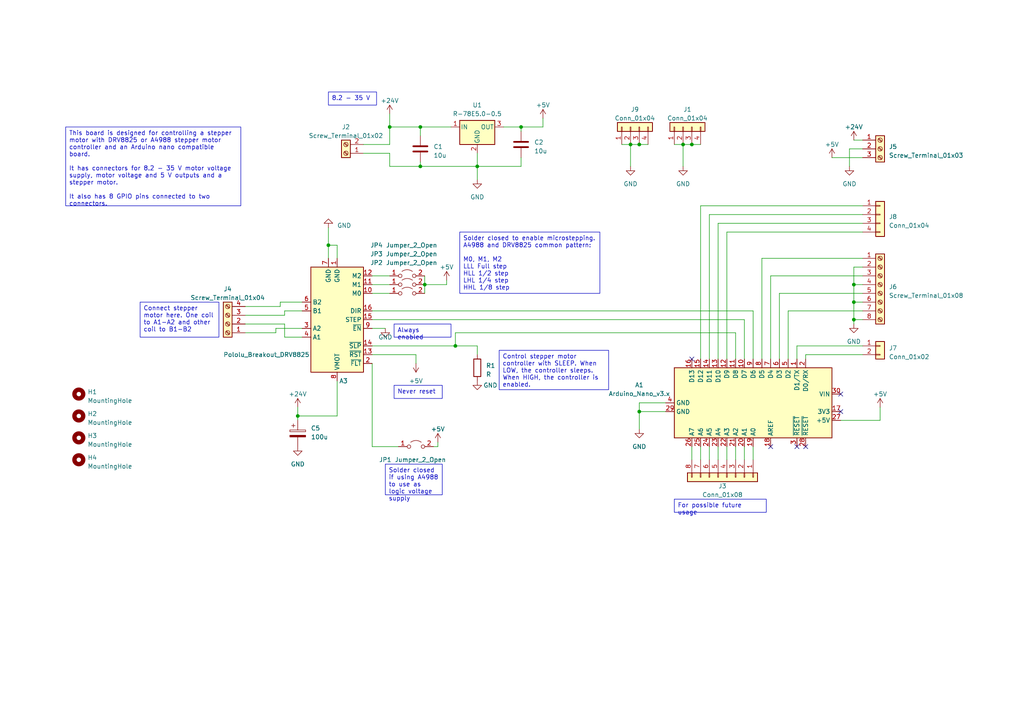
<source format=kicad_sch>
(kicad_sch (version 20230121) (generator eeschema)

  (uuid 72c2f867-6a15-46d8-9716-289b6f7b3adc)

  (paper "A4")

  (title_block
    (title "CASTOR CAN OPENER")
  )

  (lib_symbols
    (symbol "Connector:Screw_Terminal_01x02" (pin_names (offset 1.016) hide) (in_bom yes) (on_board yes)
      (property "Reference" "J" (at 0 2.54 0)
        (effects (font (size 1.27 1.27)))
      )
      (property "Value" "Screw_Terminal_01x02" (at 0 -5.08 0)
        (effects (font (size 1.27 1.27)))
      )
      (property "Footprint" "" (at 0 0 0)
        (effects (font (size 1.27 1.27)) hide)
      )
      (property "Datasheet" "~" (at 0 0 0)
        (effects (font (size 1.27 1.27)) hide)
      )
      (property "ki_keywords" "screw terminal" (at 0 0 0)
        (effects (font (size 1.27 1.27)) hide)
      )
      (property "ki_description" "Generic screw terminal, single row, 01x02, script generated (kicad-library-utils/schlib/autogen/connector/)" (at 0 0 0)
        (effects (font (size 1.27 1.27)) hide)
      )
      (property "ki_fp_filters" "TerminalBlock*:*" (at 0 0 0)
        (effects (font (size 1.27 1.27)) hide)
      )
      (symbol "Screw_Terminal_01x02_1_1"
        (rectangle (start -1.27 1.27) (end 1.27 -3.81)
          (stroke (width 0.254) (type default))
          (fill (type background))
        )
        (circle (center 0 -2.54) (radius 0.635)
          (stroke (width 0.1524) (type default))
          (fill (type none))
        )
        (polyline
          (pts
            (xy -0.5334 -2.2098)
            (xy 0.3302 -3.048)
          )
          (stroke (width 0.1524) (type default))
          (fill (type none))
        )
        (polyline
          (pts
            (xy -0.5334 0.3302)
            (xy 0.3302 -0.508)
          )
          (stroke (width 0.1524) (type default))
          (fill (type none))
        )
        (polyline
          (pts
            (xy -0.3556 -2.032)
            (xy 0.508 -2.8702)
          )
          (stroke (width 0.1524) (type default))
          (fill (type none))
        )
        (polyline
          (pts
            (xy -0.3556 0.508)
            (xy 0.508 -0.3302)
          )
          (stroke (width 0.1524) (type default))
          (fill (type none))
        )
        (circle (center 0 0) (radius 0.635)
          (stroke (width 0.1524) (type default))
          (fill (type none))
        )
        (pin passive line (at -5.08 0 0) (length 3.81)
          (name "Pin_1" (effects (font (size 1.27 1.27))))
          (number "1" (effects (font (size 1.27 1.27))))
        )
        (pin passive line (at -5.08 -2.54 0) (length 3.81)
          (name "Pin_2" (effects (font (size 1.27 1.27))))
          (number "2" (effects (font (size 1.27 1.27))))
        )
      )
    )
    (symbol "Connector:Screw_Terminal_01x03" (pin_names (offset 1.016) hide) (in_bom yes) (on_board yes)
      (property "Reference" "J" (at 0 5.08 0)
        (effects (font (size 1.27 1.27)))
      )
      (property "Value" "Screw_Terminal_01x03" (at 0 -5.08 0)
        (effects (font (size 1.27 1.27)))
      )
      (property "Footprint" "" (at 0 0 0)
        (effects (font (size 1.27 1.27)) hide)
      )
      (property "Datasheet" "~" (at 0 0 0)
        (effects (font (size 1.27 1.27)) hide)
      )
      (property "ki_keywords" "screw terminal" (at 0 0 0)
        (effects (font (size 1.27 1.27)) hide)
      )
      (property "ki_description" "Generic screw terminal, single row, 01x03, script generated (kicad-library-utils/schlib/autogen/connector/)" (at 0 0 0)
        (effects (font (size 1.27 1.27)) hide)
      )
      (property "ki_fp_filters" "TerminalBlock*:*" (at 0 0 0)
        (effects (font (size 1.27 1.27)) hide)
      )
      (symbol "Screw_Terminal_01x03_1_1"
        (rectangle (start -1.27 3.81) (end 1.27 -3.81)
          (stroke (width 0.254) (type default))
          (fill (type background))
        )
        (circle (center 0 -2.54) (radius 0.635)
          (stroke (width 0.1524) (type default))
          (fill (type none))
        )
        (polyline
          (pts
            (xy -0.5334 -2.2098)
            (xy 0.3302 -3.048)
          )
          (stroke (width 0.1524) (type default))
          (fill (type none))
        )
        (polyline
          (pts
            (xy -0.5334 0.3302)
            (xy 0.3302 -0.508)
          )
          (stroke (width 0.1524) (type default))
          (fill (type none))
        )
        (polyline
          (pts
            (xy -0.5334 2.8702)
            (xy 0.3302 2.032)
          )
          (stroke (width 0.1524) (type default))
          (fill (type none))
        )
        (polyline
          (pts
            (xy -0.3556 -2.032)
            (xy 0.508 -2.8702)
          )
          (stroke (width 0.1524) (type default))
          (fill (type none))
        )
        (polyline
          (pts
            (xy -0.3556 0.508)
            (xy 0.508 -0.3302)
          )
          (stroke (width 0.1524) (type default))
          (fill (type none))
        )
        (polyline
          (pts
            (xy -0.3556 3.048)
            (xy 0.508 2.2098)
          )
          (stroke (width 0.1524) (type default))
          (fill (type none))
        )
        (circle (center 0 0) (radius 0.635)
          (stroke (width 0.1524) (type default))
          (fill (type none))
        )
        (circle (center 0 2.54) (radius 0.635)
          (stroke (width 0.1524) (type default))
          (fill (type none))
        )
        (pin passive line (at -5.08 2.54 0) (length 3.81)
          (name "Pin_1" (effects (font (size 1.27 1.27))))
          (number "1" (effects (font (size 1.27 1.27))))
        )
        (pin passive line (at -5.08 0 0) (length 3.81)
          (name "Pin_2" (effects (font (size 1.27 1.27))))
          (number "2" (effects (font (size 1.27 1.27))))
        )
        (pin passive line (at -5.08 -2.54 0) (length 3.81)
          (name "Pin_3" (effects (font (size 1.27 1.27))))
          (number "3" (effects (font (size 1.27 1.27))))
        )
      )
    )
    (symbol "Connector:Screw_Terminal_01x04" (pin_names (offset 1.016) hide) (in_bom yes) (on_board yes)
      (property "Reference" "J" (at 0 5.08 0)
        (effects (font (size 1.27 1.27)))
      )
      (property "Value" "Screw_Terminal_01x04" (at 0 -7.62 0)
        (effects (font (size 1.27 1.27)))
      )
      (property "Footprint" "" (at 0 0 0)
        (effects (font (size 1.27 1.27)) hide)
      )
      (property "Datasheet" "~" (at 0 0 0)
        (effects (font (size 1.27 1.27)) hide)
      )
      (property "ki_keywords" "screw terminal" (at 0 0 0)
        (effects (font (size 1.27 1.27)) hide)
      )
      (property "ki_description" "Generic screw terminal, single row, 01x04, script generated (kicad-library-utils/schlib/autogen/connector/)" (at 0 0 0)
        (effects (font (size 1.27 1.27)) hide)
      )
      (property "ki_fp_filters" "TerminalBlock*:*" (at 0 0 0)
        (effects (font (size 1.27 1.27)) hide)
      )
      (symbol "Screw_Terminal_01x04_1_1"
        (rectangle (start -1.27 3.81) (end 1.27 -6.35)
          (stroke (width 0.254) (type default))
          (fill (type background))
        )
        (circle (center 0 -5.08) (radius 0.635)
          (stroke (width 0.1524) (type default))
          (fill (type none))
        )
        (circle (center 0 -2.54) (radius 0.635)
          (stroke (width 0.1524) (type default))
          (fill (type none))
        )
        (polyline
          (pts
            (xy -0.5334 -4.7498)
            (xy 0.3302 -5.588)
          )
          (stroke (width 0.1524) (type default))
          (fill (type none))
        )
        (polyline
          (pts
            (xy -0.5334 -2.2098)
            (xy 0.3302 -3.048)
          )
          (stroke (width 0.1524) (type default))
          (fill (type none))
        )
        (polyline
          (pts
            (xy -0.5334 0.3302)
            (xy 0.3302 -0.508)
          )
          (stroke (width 0.1524) (type default))
          (fill (type none))
        )
        (polyline
          (pts
            (xy -0.5334 2.8702)
            (xy 0.3302 2.032)
          )
          (stroke (width 0.1524) (type default))
          (fill (type none))
        )
        (polyline
          (pts
            (xy -0.3556 -4.572)
            (xy 0.508 -5.4102)
          )
          (stroke (width 0.1524) (type default))
          (fill (type none))
        )
        (polyline
          (pts
            (xy -0.3556 -2.032)
            (xy 0.508 -2.8702)
          )
          (stroke (width 0.1524) (type default))
          (fill (type none))
        )
        (polyline
          (pts
            (xy -0.3556 0.508)
            (xy 0.508 -0.3302)
          )
          (stroke (width 0.1524) (type default))
          (fill (type none))
        )
        (polyline
          (pts
            (xy -0.3556 3.048)
            (xy 0.508 2.2098)
          )
          (stroke (width 0.1524) (type default))
          (fill (type none))
        )
        (circle (center 0 0) (radius 0.635)
          (stroke (width 0.1524) (type default))
          (fill (type none))
        )
        (circle (center 0 2.54) (radius 0.635)
          (stroke (width 0.1524) (type default))
          (fill (type none))
        )
        (pin passive line (at -5.08 2.54 0) (length 3.81)
          (name "Pin_1" (effects (font (size 1.27 1.27))))
          (number "1" (effects (font (size 1.27 1.27))))
        )
        (pin passive line (at -5.08 0 0) (length 3.81)
          (name "Pin_2" (effects (font (size 1.27 1.27))))
          (number "2" (effects (font (size 1.27 1.27))))
        )
        (pin passive line (at -5.08 -2.54 0) (length 3.81)
          (name "Pin_3" (effects (font (size 1.27 1.27))))
          (number "3" (effects (font (size 1.27 1.27))))
        )
        (pin passive line (at -5.08 -5.08 0) (length 3.81)
          (name "Pin_4" (effects (font (size 1.27 1.27))))
          (number "4" (effects (font (size 1.27 1.27))))
        )
      )
    )
    (symbol "Connector:Screw_Terminal_01x08" (pin_names (offset 1.016) hide) (in_bom yes) (on_board yes)
      (property "Reference" "J" (at 0 10.16 0)
        (effects (font (size 1.27 1.27)))
      )
      (property "Value" "Screw_Terminal_01x08" (at 0 -12.7 0)
        (effects (font (size 1.27 1.27)))
      )
      (property "Footprint" "" (at 0 0 0)
        (effects (font (size 1.27 1.27)) hide)
      )
      (property "Datasheet" "~" (at 0 0 0)
        (effects (font (size 1.27 1.27)) hide)
      )
      (property "ki_keywords" "screw terminal" (at 0 0 0)
        (effects (font (size 1.27 1.27)) hide)
      )
      (property "ki_description" "Generic screw terminal, single row, 01x08, script generated (kicad-library-utils/schlib/autogen/connector/)" (at 0 0 0)
        (effects (font (size 1.27 1.27)) hide)
      )
      (property "ki_fp_filters" "TerminalBlock*:*" (at 0 0 0)
        (effects (font (size 1.27 1.27)) hide)
      )
      (symbol "Screw_Terminal_01x08_1_1"
        (rectangle (start -1.27 8.89) (end 1.27 -11.43)
          (stroke (width 0.254) (type default))
          (fill (type background))
        )
        (circle (center 0 -10.16) (radius 0.635)
          (stroke (width 0.1524) (type default))
          (fill (type none))
        )
        (circle (center 0 -7.62) (radius 0.635)
          (stroke (width 0.1524) (type default))
          (fill (type none))
        )
        (circle (center 0 -5.08) (radius 0.635)
          (stroke (width 0.1524) (type default))
          (fill (type none))
        )
        (circle (center 0 -2.54) (radius 0.635)
          (stroke (width 0.1524) (type default))
          (fill (type none))
        )
        (polyline
          (pts
            (xy -0.5334 -9.8298)
            (xy 0.3302 -10.668)
          )
          (stroke (width 0.1524) (type default))
          (fill (type none))
        )
        (polyline
          (pts
            (xy -0.5334 -7.2898)
            (xy 0.3302 -8.128)
          )
          (stroke (width 0.1524) (type default))
          (fill (type none))
        )
        (polyline
          (pts
            (xy -0.5334 -4.7498)
            (xy 0.3302 -5.588)
          )
          (stroke (width 0.1524) (type default))
          (fill (type none))
        )
        (polyline
          (pts
            (xy -0.5334 -2.2098)
            (xy 0.3302 -3.048)
          )
          (stroke (width 0.1524) (type default))
          (fill (type none))
        )
        (polyline
          (pts
            (xy -0.5334 0.3302)
            (xy 0.3302 -0.508)
          )
          (stroke (width 0.1524) (type default))
          (fill (type none))
        )
        (polyline
          (pts
            (xy -0.5334 2.8702)
            (xy 0.3302 2.032)
          )
          (stroke (width 0.1524) (type default))
          (fill (type none))
        )
        (polyline
          (pts
            (xy -0.5334 5.4102)
            (xy 0.3302 4.572)
          )
          (stroke (width 0.1524) (type default))
          (fill (type none))
        )
        (polyline
          (pts
            (xy -0.5334 7.9502)
            (xy 0.3302 7.112)
          )
          (stroke (width 0.1524) (type default))
          (fill (type none))
        )
        (polyline
          (pts
            (xy -0.3556 -9.652)
            (xy 0.508 -10.4902)
          )
          (stroke (width 0.1524) (type default))
          (fill (type none))
        )
        (polyline
          (pts
            (xy -0.3556 -7.112)
            (xy 0.508 -7.9502)
          )
          (stroke (width 0.1524) (type default))
          (fill (type none))
        )
        (polyline
          (pts
            (xy -0.3556 -4.572)
            (xy 0.508 -5.4102)
          )
          (stroke (width 0.1524) (type default))
          (fill (type none))
        )
        (polyline
          (pts
            (xy -0.3556 -2.032)
            (xy 0.508 -2.8702)
          )
          (stroke (width 0.1524) (type default))
          (fill (type none))
        )
        (polyline
          (pts
            (xy -0.3556 0.508)
            (xy 0.508 -0.3302)
          )
          (stroke (width 0.1524) (type default))
          (fill (type none))
        )
        (polyline
          (pts
            (xy -0.3556 3.048)
            (xy 0.508 2.2098)
          )
          (stroke (width 0.1524) (type default))
          (fill (type none))
        )
        (polyline
          (pts
            (xy -0.3556 5.588)
            (xy 0.508 4.7498)
          )
          (stroke (width 0.1524) (type default))
          (fill (type none))
        )
        (polyline
          (pts
            (xy -0.3556 8.128)
            (xy 0.508 7.2898)
          )
          (stroke (width 0.1524) (type default))
          (fill (type none))
        )
        (circle (center 0 0) (radius 0.635)
          (stroke (width 0.1524) (type default))
          (fill (type none))
        )
        (circle (center 0 2.54) (radius 0.635)
          (stroke (width 0.1524) (type default))
          (fill (type none))
        )
        (circle (center 0 5.08) (radius 0.635)
          (stroke (width 0.1524) (type default))
          (fill (type none))
        )
        (circle (center 0 7.62) (radius 0.635)
          (stroke (width 0.1524) (type default))
          (fill (type none))
        )
        (pin passive line (at -5.08 7.62 0) (length 3.81)
          (name "Pin_1" (effects (font (size 1.27 1.27))))
          (number "1" (effects (font (size 1.27 1.27))))
        )
        (pin passive line (at -5.08 5.08 0) (length 3.81)
          (name "Pin_2" (effects (font (size 1.27 1.27))))
          (number "2" (effects (font (size 1.27 1.27))))
        )
        (pin passive line (at -5.08 2.54 0) (length 3.81)
          (name "Pin_3" (effects (font (size 1.27 1.27))))
          (number "3" (effects (font (size 1.27 1.27))))
        )
        (pin passive line (at -5.08 0 0) (length 3.81)
          (name "Pin_4" (effects (font (size 1.27 1.27))))
          (number "4" (effects (font (size 1.27 1.27))))
        )
        (pin passive line (at -5.08 -2.54 0) (length 3.81)
          (name "Pin_5" (effects (font (size 1.27 1.27))))
          (number "5" (effects (font (size 1.27 1.27))))
        )
        (pin passive line (at -5.08 -5.08 0) (length 3.81)
          (name "Pin_6" (effects (font (size 1.27 1.27))))
          (number "6" (effects (font (size 1.27 1.27))))
        )
        (pin passive line (at -5.08 -7.62 0) (length 3.81)
          (name "Pin_7" (effects (font (size 1.27 1.27))))
          (number "7" (effects (font (size 1.27 1.27))))
        )
        (pin passive line (at -5.08 -10.16 0) (length 3.81)
          (name "Pin_8" (effects (font (size 1.27 1.27))))
          (number "8" (effects (font (size 1.27 1.27))))
        )
      )
    )
    (symbol "Connector_Generic:Conn_01x02" (pin_names (offset 1.016) hide) (in_bom yes) (on_board yes)
      (property "Reference" "J" (at 0 2.54 0)
        (effects (font (size 1.27 1.27)))
      )
      (property "Value" "Conn_01x02" (at 0 -5.08 0)
        (effects (font (size 1.27 1.27)))
      )
      (property "Footprint" "" (at 0 0 0)
        (effects (font (size 1.27 1.27)) hide)
      )
      (property "Datasheet" "~" (at 0 0 0)
        (effects (font (size 1.27 1.27)) hide)
      )
      (property "ki_keywords" "connector" (at 0 0 0)
        (effects (font (size 1.27 1.27)) hide)
      )
      (property "ki_description" "Generic connector, single row, 01x02, script generated (kicad-library-utils/schlib/autogen/connector/)" (at 0 0 0)
        (effects (font (size 1.27 1.27)) hide)
      )
      (property "ki_fp_filters" "Connector*:*_1x??_*" (at 0 0 0)
        (effects (font (size 1.27 1.27)) hide)
      )
      (symbol "Conn_01x02_1_1"
        (rectangle (start -1.27 -2.413) (end 0 -2.667)
          (stroke (width 0.1524) (type default))
          (fill (type none))
        )
        (rectangle (start -1.27 0.127) (end 0 -0.127)
          (stroke (width 0.1524) (type default))
          (fill (type none))
        )
        (rectangle (start -1.27 1.27) (end 1.27 -3.81)
          (stroke (width 0.254) (type default))
          (fill (type background))
        )
        (pin passive line (at -5.08 0 0) (length 3.81)
          (name "Pin_1" (effects (font (size 1.27 1.27))))
          (number "1" (effects (font (size 1.27 1.27))))
        )
        (pin passive line (at -5.08 -2.54 0) (length 3.81)
          (name "Pin_2" (effects (font (size 1.27 1.27))))
          (number "2" (effects (font (size 1.27 1.27))))
        )
      )
    )
    (symbol "Connector_Generic:Conn_01x04" (pin_names (offset 1.016) hide) (in_bom yes) (on_board yes)
      (property "Reference" "J" (at 0 5.08 0)
        (effects (font (size 1.27 1.27)))
      )
      (property "Value" "Conn_01x04" (at 0 -7.62 0)
        (effects (font (size 1.27 1.27)))
      )
      (property "Footprint" "" (at 0 0 0)
        (effects (font (size 1.27 1.27)) hide)
      )
      (property "Datasheet" "~" (at 0 0 0)
        (effects (font (size 1.27 1.27)) hide)
      )
      (property "ki_keywords" "connector" (at 0 0 0)
        (effects (font (size 1.27 1.27)) hide)
      )
      (property "ki_description" "Generic connector, single row, 01x04, script generated (kicad-library-utils/schlib/autogen/connector/)" (at 0 0 0)
        (effects (font (size 1.27 1.27)) hide)
      )
      (property "ki_fp_filters" "Connector*:*_1x??_*" (at 0 0 0)
        (effects (font (size 1.27 1.27)) hide)
      )
      (symbol "Conn_01x04_1_1"
        (rectangle (start -1.27 -4.953) (end 0 -5.207)
          (stroke (width 0.1524) (type default))
          (fill (type none))
        )
        (rectangle (start -1.27 -2.413) (end 0 -2.667)
          (stroke (width 0.1524) (type default))
          (fill (type none))
        )
        (rectangle (start -1.27 0.127) (end 0 -0.127)
          (stroke (width 0.1524) (type default))
          (fill (type none))
        )
        (rectangle (start -1.27 2.667) (end 0 2.413)
          (stroke (width 0.1524) (type default))
          (fill (type none))
        )
        (rectangle (start -1.27 3.81) (end 1.27 -6.35)
          (stroke (width 0.254) (type default))
          (fill (type background))
        )
        (pin passive line (at -5.08 2.54 0) (length 3.81)
          (name "Pin_1" (effects (font (size 1.27 1.27))))
          (number "1" (effects (font (size 1.27 1.27))))
        )
        (pin passive line (at -5.08 0 0) (length 3.81)
          (name "Pin_2" (effects (font (size 1.27 1.27))))
          (number "2" (effects (font (size 1.27 1.27))))
        )
        (pin passive line (at -5.08 -2.54 0) (length 3.81)
          (name "Pin_3" (effects (font (size 1.27 1.27))))
          (number "3" (effects (font (size 1.27 1.27))))
        )
        (pin passive line (at -5.08 -5.08 0) (length 3.81)
          (name "Pin_4" (effects (font (size 1.27 1.27))))
          (number "4" (effects (font (size 1.27 1.27))))
        )
      )
    )
    (symbol "Connector_Generic:Conn_01x08" (pin_names (offset 1.016) hide) (in_bom yes) (on_board yes)
      (property "Reference" "J" (at 0 10.16 0)
        (effects (font (size 1.27 1.27)))
      )
      (property "Value" "Conn_01x08" (at 0 -12.7 0)
        (effects (font (size 1.27 1.27)))
      )
      (property "Footprint" "" (at 0 0 0)
        (effects (font (size 1.27 1.27)) hide)
      )
      (property "Datasheet" "~" (at 0 0 0)
        (effects (font (size 1.27 1.27)) hide)
      )
      (property "ki_keywords" "connector" (at 0 0 0)
        (effects (font (size 1.27 1.27)) hide)
      )
      (property "ki_description" "Generic connector, single row, 01x08, script generated (kicad-library-utils/schlib/autogen/connector/)" (at 0 0 0)
        (effects (font (size 1.27 1.27)) hide)
      )
      (property "ki_fp_filters" "Connector*:*_1x??_*" (at 0 0 0)
        (effects (font (size 1.27 1.27)) hide)
      )
      (symbol "Conn_01x08_1_1"
        (rectangle (start -1.27 -10.033) (end 0 -10.287)
          (stroke (width 0.1524) (type default))
          (fill (type none))
        )
        (rectangle (start -1.27 -7.493) (end 0 -7.747)
          (stroke (width 0.1524) (type default))
          (fill (type none))
        )
        (rectangle (start -1.27 -4.953) (end 0 -5.207)
          (stroke (width 0.1524) (type default))
          (fill (type none))
        )
        (rectangle (start -1.27 -2.413) (end 0 -2.667)
          (stroke (width 0.1524) (type default))
          (fill (type none))
        )
        (rectangle (start -1.27 0.127) (end 0 -0.127)
          (stroke (width 0.1524) (type default))
          (fill (type none))
        )
        (rectangle (start -1.27 2.667) (end 0 2.413)
          (stroke (width 0.1524) (type default))
          (fill (type none))
        )
        (rectangle (start -1.27 5.207) (end 0 4.953)
          (stroke (width 0.1524) (type default))
          (fill (type none))
        )
        (rectangle (start -1.27 7.747) (end 0 7.493)
          (stroke (width 0.1524) (type default))
          (fill (type none))
        )
        (rectangle (start -1.27 8.89) (end 1.27 -11.43)
          (stroke (width 0.254) (type default))
          (fill (type background))
        )
        (pin passive line (at -5.08 7.62 0) (length 3.81)
          (name "Pin_1" (effects (font (size 1.27 1.27))))
          (number "1" (effects (font (size 1.27 1.27))))
        )
        (pin passive line (at -5.08 5.08 0) (length 3.81)
          (name "Pin_2" (effects (font (size 1.27 1.27))))
          (number "2" (effects (font (size 1.27 1.27))))
        )
        (pin passive line (at -5.08 2.54 0) (length 3.81)
          (name "Pin_3" (effects (font (size 1.27 1.27))))
          (number "3" (effects (font (size 1.27 1.27))))
        )
        (pin passive line (at -5.08 0 0) (length 3.81)
          (name "Pin_4" (effects (font (size 1.27 1.27))))
          (number "4" (effects (font (size 1.27 1.27))))
        )
        (pin passive line (at -5.08 -2.54 0) (length 3.81)
          (name "Pin_5" (effects (font (size 1.27 1.27))))
          (number "5" (effects (font (size 1.27 1.27))))
        )
        (pin passive line (at -5.08 -5.08 0) (length 3.81)
          (name "Pin_6" (effects (font (size 1.27 1.27))))
          (number "6" (effects (font (size 1.27 1.27))))
        )
        (pin passive line (at -5.08 -7.62 0) (length 3.81)
          (name "Pin_7" (effects (font (size 1.27 1.27))))
          (number "7" (effects (font (size 1.27 1.27))))
        )
        (pin passive line (at -5.08 -10.16 0) (length 3.81)
          (name "Pin_8" (effects (font (size 1.27 1.27))))
          (number "8" (effects (font (size 1.27 1.27))))
        )
      )
    )
    (symbol "Device:C" (pin_numbers hide) (pin_names (offset 0.254)) (in_bom yes) (on_board yes)
      (property "Reference" "C" (at 0.635 2.54 0)
        (effects (font (size 1.27 1.27)) (justify left))
      )
      (property "Value" "C" (at 0.635 -2.54 0)
        (effects (font (size 1.27 1.27)) (justify left))
      )
      (property "Footprint" "" (at 0.9652 -3.81 0)
        (effects (font (size 1.27 1.27)) hide)
      )
      (property "Datasheet" "~" (at 0 0 0)
        (effects (font (size 1.27 1.27)) hide)
      )
      (property "ki_keywords" "cap capacitor" (at 0 0 0)
        (effects (font (size 1.27 1.27)) hide)
      )
      (property "ki_description" "Unpolarized capacitor" (at 0 0 0)
        (effects (font (size 1.27 1.27)) hide)
      )
      (property "ki_fp_filters" "C_*" (at 0 0 0)
        (effects (font (size 1.27 1.27)) hide)
      )
      (symbol "C_0_1"
        (polyline
          (pts
            (xy -2.032 -0.762)
            (xy 2.032 -0.762)
          )
          (stroke (width 0.508) (type default))
          (fill (type none))
        )
        (polyline
          (pts
            (xy -2.032 0.762)
            (xy 2.032 0.762)
          )
          (stroke (width 0.508) (type default))
          (fill (type none))
        )
      )
      (symbol "C_1_1"
        (pin passive line (at 0 3.81 270) (length 2.794)
          (name "~" (effects (font (size 1.27 1.27))))
          (number "1" (effects (font (size 1.27 1.27))))
        )
        (pin passive line (at 0 -3.81 90) (length 2.794)
          (name "~" (effects (font (size 1.27 1.27))))
          (number "2" (effects (font (size 1.27 1.27))))
        )
      )
    )
    (symbol "Device:C_Polarized" (pin_numbers hide) (pin_names (offset 0.254)) (in_bom yes) (on_board yes)
      (property "Reference" "C" (at 0.635 2.54 0)
        (effects (font (size 1.27 1.27)) (justify left))
      )
      (property "Value" "C_Polarized" (at 0.635 -2.54 0)
        (effects (font (size 1.27 1.27)) (justify left))
      )
      (property "Footprint" "" (at 0.9652 -3.81 0)
        (effects (font (size 1.27 1.27)) hide)
      )
      (property "Datasheet" "~" (at 0 0 0)
        (effects (font (size 1.27 1.27)) hide)
      )
      (property "ki_keywords" "cap capacitor" (at 0 0 0)
        (effects (font (size 1.27 1.27)) hide)
      )
      (property "ki_description" "Polarized capacitor" (at 0 0 0)
        (effects (font (size 1.27 1.27)) hide)
      )
      (property "ki_fp_filters" "CP_*" (at 0 0 0)
        (effects (font (size 1.27 1.27)) hide)
      )
      (symbol "C_Polarized_0_1"
        (rectangle (start -2.286 0.508) (end 2.286 1.016)
          (stroke (width 0) (type default))
          (fill (type none))
        )
        (polyline
          (pts
            (xy -1.778 2.286)
            (xy -0.762 2.286)
          )
          (stroke (width 0) (type default))
          (fill (type none))
        )
        (polyline
          (pts
            (xy -1.27 2.794)
            (xy -1.27 1.778)
          )
          (stroke (width 0) (type default))
          (fill (type none))
        )
        (rectangle (start 2.286 -0.508) (end -2.286 -1.016)
          (stroke (width 0) (type default))
          (fill (type outline))
        )
      )
      (symbol "C_Polarized_1_1"
        (pin passive line (at 0 3.81 270) (length 2.794)
          (name "~" (effects (font (size 1.27 1.27))))
          (number "1" (effects (font (size 1.27 1.27))))
        )
        (pin passive line (at 0 -3.81 90) (length 2.794)
          (name "~" (effects (font (size 1.27 1.27))))
          (number "2" (effects (font (size 1.27 1.27))))
        )
      )
    )
    (symbol "Device:R" (pin_numbers hide) (pin_names (offset 0)) (in_bom yes) (on_board yes)
      (property "Reference" "R" (at 2.032 0 90)
        (effects (font (size 1.27 1.27)))
      )
      (property "Value" "R" (at 0 0 90)
        (effects (font (size 1.27 1.27)))
      )
      (property "Footprint" "" (at -1.778 0 90)
        (effects (font (size 1.27 1.27)) hide)
      )
      (property "Datasheet" "~" (at 0 0 0)
        (effects (font (size 1.27 1.27)) hide)
      )
      (property "ki_keywords" "R res resistor" (at 0 0 0)
        (effects (font (size 1.27 1.27)) hide)
      )
      (property "ki_description" "Resistor" (at 0 0 0)
        (effects (font (size 1.27 1.27)) hide)
      )
      (property "ki_fp_filters" "R_*" (at 0 0 0)
        (effects (font (size 1.27 1.27)) hide)
      )
      (symbol "R_0_1"
        (rectangle (start -1.016 -2.54) (end 1.016 2.54)
          (stroke (width 0.254) (type default))
          (fill (type none))
        )
      )
      (symbol "R_1_1"
        (pin passive line (at 0 3.81 270) (length 1.27)
          (name "~" (effects (font (size 1.27 1.27))))
          (number "1" (effects (font (size 1.27 1.27))))
        )
        (pin passive line (at 0 -3.81 90) (length 1.27)
          (name "~" (effects (font (size 1.27 1.27))))
          (number "2" (effects (font (size 1.27 1.27))))
        )
      )
    )
    (symbol "Driver_Motor:Pololu_Breakout_DRV8825" (in_bom yes) (on_board yes)
      (property "Reference" "A" (at -2.54 16.51 0)
        (effects (font (size 1.27 1.27)) (justify right))
      )
      (property "Value" "Pololu_Breakout_DRV8825" (at -2.54 13.97 0)
        (effects (font (size 1.27 1.27)) (justify right))
      )
      (property "Footprint" "Module:Pololu_Breakout-16_15.2x20.3mm" (at 5.08 -20.32 0)
        (effects (font (size 1.27 1.27)) (justify left) hide)
      )
      (property "Datasheet" "https://www.pololu.com/product/2982" (at 2.54 -7.62 0)
        (effects (font (size 1.27 1.27)) hide)
      )
      (property "ki_keywords" "Pololu Breakout Board Stepper Driver DRV8825" (at 0 0 0)
        (effects (font (size 1.27 1.27)) hide)
      )
      (property "ki_description" "Pololu Breakout Board, Stepper Driver DRV8825" (at 0 0 0)
        (effects (font (size 1.27 1.27)) hide)
      )
      (property "ki_fp_filters" "Pololu*Breakout*15.2x20.3mm*" (at 0 0 0)
        (effects (font (size 1.27 1.27)) hide)
      )
      (symbol "Pololu_Breakout_DRV8825_0_1"
        (rectangle (start 7.62 -17.78) (end -7.62 12.7)
          (stroke (width 0.254) (type default))
          (fill (type background))
        )
      )
      (symbol "Pololu_Breakout_DRV8825_1_1"
        (pin power_in line (at 0 -20.32 90) (length 2.54)
          (name "GND" (effects (font (size 1.27 1.27))))
          (number "1" (effects (font (size 1.27 1.27))))
        )
        (pin input line (at -10.16 -10.16 0) (length 2.54)
          (name "M0" (effects (font (size 1.27 1.27))))
          (number "10" (effects (font (size 1.27 1.27))))
        )
        (pin input line (at -10.16 -12.7 0) (length 2.54)
          (name "M1" (effects (font (size 1.27 1.27))))
          (number "11" (effects (font (size 1.27 1.27))))
        )
        (pin input line (at -10.16 -15.24 0) (length 2.54)
          (name "M2" (effects (font (size 1.27 1.27))))
          (number "12" (effects (font (size 1.27 1.27))))
        )
        (pin input line (at -10.16 7.62 0) (length 2.54)
          (name "~{RST}" (effects (font (size 1.27 1.27))))
          (number "13" (effects (font (size 1.27 1.27))))
        )
        (pin input line (at -10.16 5.08 0) (length 2.54)
          (name "~{SLP}" (effects (font (size 1.27 1.27))))
          (number "14" (effects (font (size 1.27 1.27))))
        )
        (pin input line (at -10.16 -2.54 0) (length 2.54)
          (name "STEP" (effects (font (size 1.27 1.27))))
          (number "15" (effects (font (size 1.27 1.27))))
        )
        (pin input line (at -10.16 -5.08 0) (length 2.54)
          (name "DIR" (effects (font (size 1.27 1.27))))
          (number "16" (effects (font (size 1.27 1.27))))
        )
        (pin output line (at -10.16 10.16 0) (length 2.54)
          (name "~{FLT}" (effects (font (size 1.27 1.27))))
          (number "2" (effects (font (size 1.27 1.27))))
        )
        (pin output line (at 10.16 0 180) (length 2.54)
          (name "A2" (effects (font (size 1.27 1.27))))
          (number "3" (effects (font (size 1.27 1.27))))
        )
        (pin output line (at 10.16 2.54 180) (length 2.54)
          (name "A1" (effects (font (size 1.27 1.27))))
          (number "4" (effects (font (size 1.27 1.27))))
        )
        (pin output line (at 10.16 -5.08 180) (length 2.54)
          (name "B1" (effects (font (size 1.27 1.27))))
          (number "5" (effects (font (size 1.27 1.27))))
        )
        (pin output line (at 10.16 -7.62 180) (length 2.54)
          (name "B2" (effects (font (size 1.27 1.27))))
          (number "6" (effects (font (size 1.27 1.27))))
        )
        (pin power_in line (at 2.54 -20.32 90) (length 2.54)
          (name "GND" (effects (font (size 1.27 1.27))))
          (number "7" (effects (font (size 1.27 1.27))))
        )
        (pin power_in line (at 0 15.24 270) (length 2.54)
          (name "VMOT" (effects (font (size 1.27 1.27))))
          (number "8" (effects (font (size 1.27 1.27))))
        )
        (pin input line (at -10.16 0 0) (length 2.54)
          (name "~{EN}" (effects (font (size 1.27 1.27))))
          (number "9" (effects (font (size 1.27 1.27))))
        )
      )
    )
    (symbol "Jumper:Jumper_2_Open" (pin_names (offset 0) hide) (in_bom yes) (on_board yes)
      (property "Reference" "JP" (at 0 2.794 0)
        (effects (font (size 1.27 1.27)))
      )
      (property "Value" "Jumper_2_Open" (at 0 -2.286 0)
        (effects (font (size 1.27 1.27)))
      )
      (property "Footprint" "" (at 0 0 0)
        (effects (font (size 1.27 1.27)) hide)
      )
      (property "Datasheet" "~" (at 0 0 0)
        (effects (font (size 1.27 1.27)) hide)
      )
      (property "ki_keywords" "Jumper SPST" (at 0 0 0)
        (effects (font (size 1.27 1.27)) hide)
      )
      (property "ki_description" "Jumper, 2-pole, open" (at 0 0 0)
        (effects (font (size 1.27 1.27)) hide)
      )
      (property "ki_fp_filters" "Jumper* TestPoint*2Pads* TestPoint*Bridge*" (at 0 0 0)
        (effects (font (size 1.27 1.27)) hide)
      )
      (symbol "Jumper_2_Open_0_0"
        (circle (center -2.032 0) (radius 0.508)
          (stroke (width 0) (type default))
          (fill (type none))
        )
        (circle (center 2.032 0) (radius 0.508)
          (stroke (width 0) (type default))
          (fill (type none))
        )
      )
      (symbol "Jumper_2_Open_0_1"
        (arc (start 1.524 1.27) (mid 0 1.778) (end -1.524 1.27)
          (stroke (width 0) (type default))
          (fill (type none))
        )
      )
      (symbol "Jumper_2_Open_1_1"
        (pin passive line (at -5.08 0 0) (length 2.54)
          (name "A" (effects (font (size 1.27 1.27))))
          (number "1" (effects (font (size 1.27 1.27))))
        )
        (pin passive line (at 5.08 0 180) (length 2.54)
          (name "B" (effects (font (size 1.27 1.27))))
          (number "2" (effects (font (size 1.27 1.27))))
        )
      )
    )
    (symbol "MCU_Module:Arduino_Nano_v3.x" (in_bom yes) (on_board yes)
      (property "Reference" "A" (at -10.16 23.495 0)
        (effects (font (size 1.27 1.27)) (justify left bottom))
      )
      (property "Value" "Arduino_Nano_v3.x" (at 5.08 -24.13 0)
        (effects (font (size 1.27 1.27)) (justify left top))
      )
      (property "Footprint" "Module:Arduino_Nano" (at 0 0 0)
        (effects (font (size 1.27 1.27) italic) hide)
      )
      (property "Datasheet" "http://www.mouser.com/pdfdocs/Gravitech_Arduino_Nano3_0.pdf" (at 0 0 0)
        (effects (font (size 1.27 1.27)) hide)
      )
      (property "ki_keywords" "Arduino nano microcontroller module USB" (at 0 0 0)
        (effects (font (size 1.27 1.27)) hide)
      )
      (property "ki_description" "Arduino Nano v3.x" (at 0 0 0)
        (effects (font (size 1.27 1.27)) hide)
      )
      (property "ki_fp_filters" "Arduino*Nano*" (at 0 0 0)
        (effects (font (size 1.27 1.27)) hide)
      )
      (symbol "Arduino_Nano_v3.x_0_1"
        (rectangle (start -10.16 22.86) (end 10.16 -22.86)
          (stroke (width 0.254) (type default))
          (fill (type background))
        )
      )
      (symbol "Arduino_Nano_v3.x_1_1"
        (pin bidirectional line (at -12.7 12.7 0) (length 2.54)
          (name "D1/TX" (effects (font (size 1.27 1.27))))
          (number "1" (effects (font (size 1.27 1.27))))
        )
        (pin bidirectional line (at -12.7 -2.54 0) (length 2.54)
          (name "D7" (effects (font (size 1.27 1.27))))
          (number "10" (effects (font (size 1.27 1.27))))
        )
        (pin bidirectional line (at -12.7 -5.08 0) (length 2.54)
          (name "D8" (effects (font (size 1.27 1.27))))
          (number "11" (effects (font (size 1.27 1.27))))
        )
        (pin bidirectional line (at -12.7 -7.62 0) (length 2.54)
          (name "D9" (effects (font (size 1.27 1.27))))
          (number "12" (effects (font (size 1.27 1.27))))
        )
        (pin bidirectional line (at -12.7 -10.16 0) (length 2.54)
          (name "D10" (effects (font (size 1.27 1.27))))
          (number "13" (effects (font (size 1.27 1.27))))
        )
        (pin bidirectional line (at -12.7 -12.7 0) (length 2.54)
          (name "D11" (effects (font (size 1.27 1.27))))
          (number "14" (effects (font (size 1.27 1.27))))
        )
        (pin bidirectional line (at -12.7 -15.24 0) (length 2.54)
          (name "D12" (effects (font (size 1.27 1.27))))
          (number "15" (effects (font (size 1.27 1.27))))
        )
        (pin bidirectional line (at -12.7 -17.78 0) (length 2.54)
          (name "D13" (effects (font (size 1.27 1.27))))
          (number "16" (effects (font (size 1.27 1.27))))
        )
        (pin power_out line (at 2.54 25.4 270) (length 2.54)
          (name "3V3" (effects (font (size 1.27 1.27))))
          (number "17" (effects (font (size 1.27 1.27))))
        )
        (pin input line (at 12.7 5.08 180) (length 2.54)
          (name "AREF" (effects (font (size 1.27 1.27))))
          (number "18" (effects (font (size 1.27 1.27))))
        )
        (pin bidirectional line (at 12.7 0 180) (length 2.54)
          (name "A0" (effects (font (size 1.27 1.27))))
          (number "19" (effects (font (size 1.27 1.27))))
        )
        (pin bidirectional line (at -12.7 15.24 0) (length 2.54)
          (name "D0/RX" (effects (font (size 1.27 1.27))))
          (number "2" (effects (font (size 1.27 1.27))))
        )
        (pin bidirectional line (at 12.7 -2.54 180) (length 2.54)
          (name "A1" (effects (font (size 1.27 1.27))))
          (number "20" (effects (font (size 1.27 1.27))))
        )
        (pin bidirectional line (at 12.7 -5.08 180) (length 2.54)
          (name "A2" (effects (font (size 1.27 1.27))))
          (number "21" (effects (font (size 1.27 1.27))))
        )
        (pin bidirectional line (at 12.7 -7.62 180) (length 2.54)
          (name "A3" (effects (font (size 1.27 1.27))))
          (number "22" (effects (font (size 1.27 1.27))))
        )
        (pin bidirectional line (at 12.7 -10.16 180) (length 2.54)
          (name "A4" (effects (font (size 1.27 1.27))))
          (number "23" (effects (font (size 1.27 1.27))))
        )
        (pin bidirectional line (at 12.7 -12.7 180) (length 2.54)
          (name "A5" (effects (font (size 1.27 1.27))))
          (number "24" (effects (font (size 1.27 1.27))))
        )
        (pin bidirectional line (at 12.7 -15.24 180) (length 2.54)
          (name "A6" (effects (font (size 1.27 1.27))))
          (number "25" (effects (font (size 1.27 1.27))))
        )
        (pin bidirectional line (at 12.7 -17.78 180) (length 2.54)
          (name "A7" (effects (font (size 1.27 1.27))))
          (number "26" (effects (font (size 1.27 1.27))))
        )
        (pin power_out line (at 5.08 25.4 270) (length 2.54)
          (name "+5V" (effects (font (size 1.27 1.27))))
          (number "27" (effects (font (size 1.27 1.27))))
        )
        (pin input line (at 12.7 15.24 180) (length 2.54)
          (name "~{RESET}" (effects (font (size 1.27 1.27))))
          (number "28" (effects (font (size 1.27 1.27))))
        )
        (pin power_in line (at 2.54 -25.4 90) (length 2.54)
          (name "GND" (effects (font (size 1.27 1.27))))
          (number "29" (effects (font (size 1.27 1.27))))
        )
        (pin input line (at 12.7 12.7 180) (length 2.54)
          (name "~{RESET}" (effects (font (size 1.27 1.27))))
          (number "3" (effects (font (size 1.27 1.27))))
        )
        (pin power_in line (at -2.54 25.4 270) (length 2.54)
          (name "VIN" (effects (font (size 1.27 1.27))))
          (number "30" (effects (font (size 1.27 1.27))))
        )
        (pin power_in line (at 0 -25.4 90) (length 2.54)
          (name "GND" (effects (font (size 1.27 1.27))))
          (number "4" (effects (font (size 1.27 1.27))))
        )
        (pin bidirectional line (at -12.7 10.16 0) (length 2.54)
          (name "D2" (effects (font (size 1.27 1.27))))
          (number "5" (effects (font (size 1.27 1.27))))
        )
        (pin bidirectional line (at -12.7 7.62 0) (length 2.54)
          (name "D3" (effects (font (size 1.27 1.27))))
          (number "6" (effects (font (size 1.27 1.27))))
        )
        (pin bidirectional line (at -12.7 5.08 0) (length 2.54)
          (name "D4" (effects (font (size 1.27 1.27))))
          (number "7" (effects (font (size 1.27 1.27))))
        )
        (pin bidirectional line (at -12.7 2.54 0) (length 2.54)
          (name "D5" (effects (font (size 1.27 1.27))))
          (number "8" (effects (font (size 1.27 1.27))))
        )
        (pin bidirectional line (at -12.7 0 0) (length 2.54)
          (name "D6" (effects (font (size 1.27 1.27))))
          (number "9" (effects (font (size 1.27 1.27))))
        )
      )
    )
    (symbol "Mechanical:MountingHole" (pin_names (offset 1.016)) (in_bom yes) (on_board yes)
      (property "Reference" "H" (at 0 5.08 0)
        (effects (font (size 1.27 1.27)))
      )
      (property "Value" "MountingHole" (at 0 3.175 0)
        (effects (font (size 1.27 1.27)))
      )
      (property "Footprint" "" (at 0 0 0)
        (effects (font (size 1.27 1.27)) hide)
      )
      (property "Datasheet" "~" (at 0 0 0)
        (effects (font (size 1.27 1.27)) hide)
      )
      (property "ki_keywords" "mounting hole" (at 0 0 0)
        (effects (font (size 1.27 1.27)) hide)
      )
      (property "ki_description" "Mounting Hole without connection" (at 0 0 0)
        (effects (font (size 1.27 1.27)) hide)
      )
      (property "ki_fp_filters" "MountingHole*" (at 0 0 0)
        (effects (font (size 1.27 1.27)) hide)
      )
      (symbol "MountingHole_0_1"
        (circle (center 0 0) (radius 1.27)
          (stroke (width 1.27) (type default))
          (fill (type none))
        )
      )
    )
    (symbol "Regulator_Switching:R-78E5.0-0.5" (pin_names (offset 0.254)) (in_bom yes) (on_board yes)
      (property "Reference" "U" (at -3.81 3.175 0)
        (effects (font (size 1.27 1.27)))
      )
      (property "Value" "R-78E5.0-0.5" (at 0 3.175 0)
        (effects (font (size 1.27 1.27)) (justify left))
      )
      (property "Footprint" "Converter_DCDC:Converter_DCDC_RECOM_R-78E-0.5_THT" (at 1.27 -6.35 0)
        (effects (font (size 1.27 1.27) italic) (justify left) hide)
      )
      (property "Datasheet" "https://www.recom-power.com/pdf/Innoline/R-78Exx-0.5.pdf" (at 0 0 0)
        (effects (font (size 1.27 1.27)) hide)
      )
      (property "ki_keywords" "dc-dc recom Step-Down DC/DC-Regulator" (at 0 0 0)
        (effects (font (size 1.27 1.27)) hide)
      )
      (property "ki_description" "500mA Step-Down DC/DC-Regulator, 7-28V input, 5V fixed Output Voltage, LM78xx replacement, -40°C to +85°C, SIP3" (at 0 0 0)
        (effects (font (size 1.27 1.27)) hide)
      )
      (property "ki_fp_filters" "Converter*DCDC*RECOM*R*78E*0.5*" (at 0 0 0)
        (effects (font (size 1.27 1.27)) hide)
      )
      (symbol "R-78E5.0-0.5_0_1"
        (rectangle (start -5.08 1.905) (end 5.08 -5.08)
          (stroke (width 0.254) (type default))
          (fill (type background))
        )
      )
      (symbol "R-78E5.0-0.5_1_1"
        (pin power_in line (at -7.62 0 0) (length 2.54)
          (name "IN" (effects (font (size 1.27 1.27))))
          (number "1" (effects (font (size 1.27 1.27))))
        )
        (pin power_in line (at 0 -7.62 90) (length 2.54)
          (name "GND" (effects (font (size 1.27 1.27))))
          (number "2" (effects (font (size 1.27 1.27))))
        )
        (pin power_out line (at 7.62 0 180) (length 2.54)
          (name "OUT" (effects (font (size 1.27 1.27))))
          (number "3" (effects (font (size 1.27 1.27))))
        )
      )
    )
    (symbol "power:+24V" (power) (pin_names (offset 0)) (in_bom yes) (on_board yes)
      (property "Reference" "#PWR" (at 0 -3.81 0)
        (effects (font (size 1.27 1.27)) hide)
      )
      (property "Value" "+24V" (at 0 3.556 0)
        (effects (font (size 1.27 1.27)))
      )
      (property "Footprint" "" (at 0 0 0)
        (effects (font (size 1.27 1.27)) hide)
      )
      (property "Datasheet" "" (at 0 0 0)
        (effects (font (size 1.27 1.27)) hide)
      )
      (property "ki_keywords" "global power" (at 0 0 0)
        (effects (font (size 1.27 1.27)) hide)
      )
      (property "ki_description" "Power symbol creates a global label with name \"+24V\"" (at 0 0 0)
        (effects (font (size 1.27 1.27)) hide)
      )
      (symbol "+24V_0_1"
        (polyline
          (pts
            (xy -0.762 1.27)
            (xy 0 2.54)
          )
          (stroke (width 0) (type default))
          (fill (type none))
        )
        (polyline
          (pts
            (xy 0 0)
            (xy 0 2.54)
          )
          (stroke (width 0) (type default))
          (fill (type none))
        )
        (polyline
          (pts
            (xy 0 2.54)
            (xy 0.762 1.27)
          )
          (stroke (width 0) (type default))
          (fill (type none))
        )
      )
      (symbol "+24V_1_1"
        (pin power_in line (at 0 0 90) (length 0) hide
          (name "+24V" (effects (font (size 1.27 1.27))))
          (number "1" (effects (font (size 1.27 1.27))))
        )
      )
    )
    (symbol "power:+5V" (power) (pin_names (offset 0)) (in_bom yes) (on_board yes)
      (property "Reference" "#PWR" (at 0 -3.81 0)
        (effects (font (size 1.27 1.27)) hide)
      )
      (property "Value" "+5V" (at 0 3.556 0)
        (effects (font (size 1.27 1.27)))
      )
      (property "Footprint" "" (at 0 0 0)
        (effects (font (size 1.27 1.27)) hide)
      )
      (property "Datasheet" "" (at 0 0 0)
        (effects (font (size 1.27 1.27)) hide)
      )
      (property "ki_keywords" "global power" (at 0 0 0)
        (effects (font (size 1.27 1.27)) hide)
      )
      (property "ki_description" "Power symbol creates a global label with name \"+5V\"" (at 0 0 0)
        (effects (font (size 1.27 1.27)) hide)
      )
      (symbol "+5V_0_1"
        (polyline
          (pts
            (xy -0.762 1.27)
            (xy 0 2.54)
          )
          (stroke (width 0) (type default))
          (fill (type none))
        )
        (polyline
          (pts
            (xy 0 0)
            (xy 0 2.54)
          )
          (stroke (width 0) (type default))
          (fill (type none))
        )
        (polyline
          (pts
            (xy 0 2.54)
            (xy 0.762 1.27)
          )
          (stroke (width 0) (type default))
          (fill (type none))
        )
      )
      (symbol "+5V_1_1"
        (pin power_in line (at 0 0 90) (length 0) hide
          (name "+5V" (effects (font (size 1.27 1.27))))
          (number "1" (effects (font (size 1.27 1.27))))
        )
      )
    )
    (symbol "power:GND" (power) (pin_names (offset 0)) (in_bom yes) (on_board yes)
      (property "Reference" "#PWR" (at 0 -6.35 0)
        (effects (font (size 1.27 1.27)) hide)
      )
      (property "Value" "GND" (at 0 -3.81 0)
        (effects (font (size 1.27 1.27)))
      )
      (property "Footprint" "" (at 0 0 0)
        (effects (font (size 1.27 1.27)) hide)
      )
      (property "Datasheet" "" (at 0 0 0)
        (effects (font (size 1.27 1.27)) hide)
      )
      (property "ki_keywords" "global power" (at 0 0 0)
        (effects (font (size 1.27 1.27)) hide)
      )
      (property "ki_description" "Power symbol creates a global label with name \"GND\" , ground" (at 0 0 0)
        (effects (font (size 1.27 1.27)) hide)
      )
      (symbol "GND_0_1"
        (polyline
          (pts
            (xy 0 0)
            (xy 0 -1.27)
            (xy 1.27 -1.27)
            (xy 0 -2.54)
            (xy -1.27 -1.27)
            (xy 0 -1.27)
          )
          (stroke (width 0) (type default))
          (fill (type none))
        )
      )
      (symbol "GND_1_1"
        (pin power_in line (at 0 0 270) (length 0) hide
          (name "GND" (effects (font (size 1.27 1.27))))
          (number "1" (effects (font (size 1.27 1.27))))
        )
      )
    )
  )

  (junction (at 121.92 36.83) (diameter 0) (color 0 0 0 0)
    (uuid 19ef6b01-6236-4938-b8ea-c7fb65dcb94e)
  )
  (junction (at 123.19 82.55) (diameter 0) (color 0 0 0 0)
    (uuid 19f0b1f4-4db7-44ef-b505-9f42d7b0efb9)
  )
  (junction (at 138.43 48.26) (diameter 0) (color 0 0 0 0)
    (uuid 3110702b-c4e9-40a0-9e31-4411e3243d9b)
  )
  (junction (at 113.03 36.83) (diameter 0) (color 0 0 0 0)
    (uuid 424550e0-38a6-4bed-9c77-d936f3b2955f)
  )
  (junction (at 121.92 48.26) (diameter 0) (color 0 0 0 0)
    (uuid 56d083d5-3e6f-4981-9680-22feb2b77cc8)
  )
  (junction (at 151.13 36.83) (diameter 0) (color 0 0 0 0)
    (uuid 58254db9-a021-416f-8f63-27d3a74dec1d)
  )
  (junction (at 132.08 100.33) (diameter 0) (color 0 0 0 0)
    (uuid 6c988d9e-5ef1-4bcd-ba00-4577d1fa88c9)
  )
  (junction (at 247.65 92.71) (diameter 0) (color 0 0 0 0)
    (uuid 6ea1dd9e-242b-43a7-a1e3-df100414bf92)
  )
  (junction (at 185.42 119.38) (diameter 0) (color 0 0 0 0)
    (uuid 70837c1c-f884-4da8-b0c6-b879b4c3f4e8)
  )
  (junction (at 247.65 87.63) (diameter 0) (color 0 0 0 0)
    (uuid 7f32f4a5-63ad-44b6-b1ad-b51d3e84a393)
  )
  (junction (at 95.25 71.12) (diameter 0) (color 0 0 0 0)
    (uuid 8c410e02-90b6-4210-bd89-d3732735630e)
  )
  (junction (at 182.88 41.91) (diameter 0) (color 0 0 0 0)
    (uuid 9156537d-d65a-4b88-b442-6e59545249e1)
  )
  (junction (at 86.36 120.65) (diameter 0) (color 0 0 0 0)
    (uuid 9482698b-0547-4efc-9c44-0a542e78f58b)
  )
  (junction (at 200.66 41.91) (diameter 0) (color 0 0 0 0)
    (uuid 94df3dac-8879-4226-aa49-12d0fff1b522)
  )
  (junction (at 247.65 82.55) (diameter 0) (color 0 0 0 0)
    (uuid b7f14f04-8bd0-461e-89e5-67b35e2a90ee)
  )
  (junction (at 198.12 41.91) (diameter 0) (color 0 0 0 0)
    (uuid ce6a8354-4ef8-473d-a94c-89deaa059edf)
  )
  (junction (at 185.42 41.91) (diameter 0) (color 0 0 0 0)
    (uuid d3c2b430-d5c9-4891-a2c2-f908350eea4e)
  )

  (no_connect (at 243.84 119.38) (uuid 210d9446-2d25-48d7-8947-40d4fac8d286))
  (no_connect (at 233.68 129.54) (uuid 34bc22c1-fb08-411c-94ee-27f7f5117c75))
  (no_connect (at 200.66 104.14) (uuid bd676c07-e89f-4110-91d7-6a4a8f37889b))
  (no_connect (at 223.52 129.54) (uuid d32df46b-27db-4331-8cfb-e0fba4da9f54))
  (no_connect (at 243.84 114.3) (uuid dc47d068-ffc2-4e6a-ace9-ed0908e25839))
  (no_connect (at 231.14 129.54) (uuid eb6d3130-179b-4503-99aa-ea86e12fa3c6))

  (wire (pts (xy 250.19 82.55) (xy 247.65 82.55))
    (stroke (width 0) (type default))
    (uuid 001f7a47-48a9-45c0-917c-bac8ad444843)
  )
  (wire (pts (xy 231.14 104.14) (xy 231.14 100.33))
    (stroke (width 0) (type default))
    (uuid 0141e606-32c4-46b8-aae7-fa61ff63e205)
  )
  (wire (pts (xy 146.05 36.83) (xy 151.13 36.83))
    (stroke (width 0) (type default))
    (uuid 05c81291-3896-4be1-a3ec-304010e41270)
  )
  (wire (pts (xy 95.25 71.12) (xy 95.25 74.93))
    (stroke (width 0) (type default))
    (uuid 09a45bae-7882-4cc0-b7c2-2c48e429cc3a)
  )
  (wire (pts (xy 82.55 90.17) (xy 87.63 90.17))
    (stroke (width 0) (type default))
    (uuid 0b7a6c16-bb59-40b1-8f3d-a110dfb559d0)
  )
  (wire (pts (xy 250.19 43.18) (xy 246.38 43.18))
    (stroke (width 0) (type default))
    (uuid 0bfd8bbb-48d5-4fa7-97fa-880981c23751)
  )
  (wire (pts (xy 107.95 92.71) (xy 215.9 92.71))
    (stroke (width 0) (type default))
    (uuid 0df3083a-bce9-41a8-b6c7-1c39cff78d45)
  )
  (wire (pts (xy 185.42 116.84) (xy 185.42 119.38))
    (stroke (width 0) (type default))
    (uuid 12fcb200-5b14-4792-9fb0-b5e1fe5ff4b8)
  )
  (wire (pts (xy 185.42 41.91) (xy 187.96 41.91))
    (stroke (width 0) (type default))
    (uuid 1475f419-53ff-4bf4-a861-b1820a92e02a)
  )
  (wire (pts (xy 200.66 129.54) (xy 200.66 133.35))
    (stroke (width 0) (type default))
    (uuid 185e5232-2a99-4581-a817-4c2b89991ebb)
  )
  (wire (pts (xy 250.19 40.64) (xy 247.65 40.64))
    (stroke (width 0) (type default))
    (uuid 238459b4-bbf2-4dc1-b589-025f7d24380b)
  )
  (wire (pts (xy 127 129.54) (xy 125.73 129.54))
    (stroke (width 0) (type default))
    (uuid 239c718c-12b5-4f0b-855e-bb20f18dcad3)
  )
  (wire (pts (xy 97.79 71.12) (xy 95.25 71.12))
    (stroke (width 0) (type default))
    (uuid 2806ae43-fd5a-415f-ba4e-21e52378a303)
  )
  (wire (pts (xy 120.65 102.87) (xy 120.65 105.41))
    (stroke (width 0) (type default))
    (uuid 29eecf37-6076-4494-9913-243f6bf13f3d)
  )
  (wire (pts (xy 195.58 41.91) (xy 198.12 41.91))
    (stroke (width 0) (type default))
    (uuid 2d9f36f9-4912-489c-a187-d42fc62fc968)
  )
  (wire (pts (xy 220.98 74.93) (xy 220.98 104.14))
    (stroke (width 0) (type default))
    (uuid 2fddefe0-1773-456a-9c0c-9da1a83373a3)
  )
  (wire (pts (xy 132.08 96.52) (xy 213.36 96.52))
    (stroke (width 0) (type default))
    (uuid 307daa9c-c13d-4294-b7f3-1d33d14b6446)
  )
  (wire (pts (xy 226.06 85.09) (xy 226.06 104.14))
    (stroke (width 0) (type default))
    (uuid 315be752-7800-4e08-a397-a6924e89bbaa)
  )
  (wire (pts (xy 107.95 80.01) (xy 113.03 80.01))
    (stroke (width 0) (type default))
    (uuid 32964a88-edb6-4272-a350-980c1ff06c68)
  )
  (wire (pts (xy 130.81 36.83) (xy 121.92 36.83))
    (stroke (width 0) (type default))
    (uuid 332a4d41-83a2-433e-9b6d-2823c71ba538)
  )
  (wire (pts (xy 250.19 87.63) (xy 247.65 87.63))
    (stroke (width 0) (type default))
    (uuid 35901ed2-2d1a-402e-af30-3ec904047941)
  )
  (wire (pts (xy 228.6 90.17) (xy 228.6 104.14))
    (stroke (width 0) (type default))
    (uuid 377ec4cf-1f77-4152-8df8-fd869f32bd3d)
  )
  (wire (pts (xy 151.13 36.83) (xy 151.13 38.1))
    (stroke (width 0) (type default))
    (uuid 38b86396-10d2-4741-aeb5-a67b35d37640)
  )
  (wire (pts (xy 213.36 96.52) (xy 213.36 104.14))
    (stroke (width 0) (type default))
    (uuid 3aa15e21-0306-4fee-982e-6e7e716c7e60)
  )
  (wire (pts (xy 247.65 87.63) (xy 247.65 92.71))
    (stroke (width 0) (type default))
    (uuid 3c5d1872-e726-4d1d-b6dd-00f97c825e7b)
  )
  (wire (pts (xy 82.55 93.98) (xy 82.55 97.79))
    (stroke (width 0) (type default))
    (uuid 3e49ded9-294c-43ba-95cf-3d055b29c58d)
  )
  (wire (pts (xy 218.44 129.54) (xy 218.44 133.35))
    (stroke (width 0) (type default))
    (uuid 404d5695-6337-4af7-a8e3-479afa9069a0)
  )
  (wire (pts (xy 205.74 104.14) (xy 205.74 62.23))
    (stroke (width 0) (type default))
    (uuid 409f9205-4b11-4c61-be5c-5e99a3863a79)
  )
  (wire (pts (xy 123.19 80.01) (xy 123.19 82.55))
    (stroke (width 0) (type default))
    (uuid 418d7ed6-b460-4ac6-b6d9-823d3d06ef2d)
  )
  (wire (pts (xy 113.03 41.91) (xy 113.03 36.83))
    (stroke (width 0) (type default))
    (uuid 424ab4b9-aa2b-4e48-aa3a-8e6ae4143c62)
  )
  (wire (pts (xy 97.79 120.65) (xy 97.79 110.49))
    (stroke (width 0) (type default))
    (uuid 4a9d5584-a40e-4896-b42c-88a4f2c02002)
  )
  (wire (pts (xy 250.19 80.01) (xy 223.52 80.01))
    (stroke (width 0) (type default))
    (uuid 4b949b7f-2f03-473d-8f9f-6dcadfa1a1d6)
  )
  (wire (pts (xy 205.74 129.54) (xy 205.74 133.35))
    (stroke (width 0) (type default))
    (uuid 4d833bf8-0541-48bf-a990-153049c9ccad)
  )
  (wire (pts (xy 107.95 90.17) (xy 218.44 90.17))
    (stroke (width 0) (type default))
    (uuid 50d4cfce-78ee-4cf4-ad70-222f87209787)
  )
  (wire (pts (xy 250.19 85.09) (xy 226.06 85.09))
    (stroke (width 0) (type default))
    (uuid 513061b0-626c-4c77-a34d-553b2bd8476f)
  )
  (wire (pts (xy 82.55 91.44) (xy 71.12 91.44))
    (stroke (width 0) (type default))
    (uuid 529fb0ee-f0d7-4428-b223-a388ff0da7ba)
  )
  (wire (pts (xy 82.55 97.79) (xy 87.63 97.79))
    (stroke (width 0) (type default))
    (uuid 53f34092-6b29-4300-acde-4fd0fc7dcff5)
  )
  (wire (pts (xy 132.08 100.33) (xy 138.43 100.33))
    (stroke (width 0) (type default))
    (uuid 59e71a63-cf7b-4756-b3a9-bff4361abda5)
  )
  (wire (pts (xy 86.36 121.92) (xy 86.36 120.65))
    (stroke (width 0) (type default))
    (uuid 5c1856bf-0ab0-4a88-b6ff-d601f429b254)
  )
  (wire (pts (xy 243.84 121.92) (xy 255.27 121.92))
    (stroke (width 0) (type default))
    (uuid 60a737b8-c8be-4aaf-b198-9e9baad5a450)
  )
  (wire (pts (xy 129.54 82.55) (xy 129.54 81.28))
    (stroke (width 0) (type default))
    (uuid 6202eca4-1af3-4195-ae49-ac30039a9987)
  )
  (wire (pts (xy 113.03 48.26) (xy 113.03 44.45))
    (stroke (width 0) (type default))
    (uuid 646ec7f4-3962-4665-9376-215c402012f0)
  )
  (wire (pts (xy 138.43 48.26) (xy 138.43 52.07))
    (stroke (width 0) (type default))
    (uuid 64cbdb1d-e74a-4b2c-ab63-759a29d42014)
  )
  (wire (pts (xy 107.95 85.09) (xy 113.03 85.09))
    (stroke (width 0) (type default))
    (uuid 6bc78230-b7f4-4e9b-99c0-058815bc3593)
  )
  (wire (pts (xy 203.2 129.54) (xy 203.2 133.35))
    (stroke (width 0) (type default))
    (uuid 6d42008c-3b98-4d5d-9665-7b1393f6d4b0)
  )
  (wire (pts (xy 205.74 62.23) (xy 250.19 62.23))
    (stroke (width 0) (type default))
    (uuid 7134d0ac-bed2-4851-a2d9-368d64f72ab9)
  )
  (wire (pts (xy 132.08 96.52) (xy 132.08 100.33))
    (stroke (width 0) (type default))
    (uuid 72260163-7f15-4a14-b37f-1d7d3a7a1ab1)
  )
  (wire (pts (xy 113.03 33.02) (xy 113.03 36.83))
    (stroke (width 0) (type default))
    (uuid 7317ea58-7c48-497d-924c-41cc9b7520ba)
  )
  (wire (pts (xy 180.34 41.91) (xy 182.88 41.91))
    (stroke (width 0) (type default))
    (uuid 74d08d2f-deab-4d48-a2c0-3486e1a36b7a)
  )
  (wire (pts (xy 121.92 46.99) (xy 121.92 48.26))
    (stroke (width 0) (type default))
    (uuid 752ef8f6-0388-4d42-9ee9-420c7bf4250a)
  )
  (wire (pts (xy 151.13 48.26) (xy 151.13 45.72))
    (stroke (width 0) (type default))
    (uuid 75398f30-e3a5-4684-ab14-a0baace5c55d)
  )
  (wire (pts (xy 208.28 104.14) (xy 208.28 64.77))
    (stroke (width 0) (type default))
    (uuid 75a58dc4-bf3a-4882-b9b9-bf7605d34759)
  )
  (wire (pts (xy 255.27 121.92) (xy 255.27 118.11))
    (stroke (width 0) (type default))
    (uuid 7a1089c7-efd6-4dab-a86e-e60598a7b2ec)
  )
  (wire (pts (xy 71.12 96.52) (xy 80.01 96.52))
    (stroke (width 0) (type default))
    (uuid 7fc6af43-18d6-42fe-a596-d900880c55c0)
  )
  (wire (pts (xy 208.28 64.77) (xy 250.19 64.77))
    (stroke (width 0) (type default))
    (uuid 82f0c52a-cd65-479c-a360-fa59f208ba8c)
  )
  (wire (pts (xy 71.12 93.98) (xy 82.55 93.98))
    (stroke (width 0) (type default))
    (uuid 867c3c28-7765-48f3-9f5f-ef1125fd62e6)
  )
  (wire (pts (xy 86.36 120.65) (xy 86.36 118.11))
    (stroke (width 0) (type default))
    (uuid 8835b08b-c3f8-4c71-8e55-c81a1286eb18)
  )
  (wire (pts (xy 113.03 44.45) (xy 105.41 44.45))
    (stroke (width 0) (type default))
    (uuid 8d545bfc-be98-40e4-9f19-2312ae2eed87)
  )
  (wire (pts (xy 218.44 90.17) (xy 218.44 104.14))
    (stroke (width 0) (type default))
    (uuid 9009686a-7e05-4f5c-b6d8-76b75f1fdcc3)
  )
  (wire (pts (xy 247.65 92.71) (xy 250.19 92.71))
    (stroke (width 0) (type default))
    (uuid 90735c77-454a-4830-8f05-a5137c15c436)
  )
  (wire (pts (xy 231.14 100.33) (xy 250.19 100.33))
    (stroke (width 0) (type default))
    (uuid 939bae16-69cb-439f-9cc5-48d765d04dfb)
  )
  (wire (pts (xy 138.43 44.45) (xy 138.43 48.26))
    (stroke (width 0) (type default))
    (uuid 93b86ff3-32e5-4bd1-b5be-0cae22d30690)
  )
  (wire (pts (xy 86.36 120.65) (xy 97.79 120.65))
    (stroke (width 0) (type default))
    (uuid 94821241-f164-4610-84fb-6db0fea4cb91)
  )
  (wire (pts (xy 250.19 77.47) (xy 247.65 77.47))
    (stroke (width 0) (type default))
    (uuid 9b04884a-bdf9-4179-812b-c4b06b08263c)
  )
  (wire (pts (xy 107.95 95.25) (xy 111.76 95.25))
    (stroke (width 0) (type default))
    (uuid 9e8f7ca7-cca7-4bf6-8f30-73f0337ae889)
  )
  (wire (pts (xy 200.66 41.91) (xy 203.2 41.91))
    (stroke (width 0) (type default))
    (uuid a14ce07c-fffd-4f2a-af59-b5f2f32f8a48)
  )
  (wire (pts (xy 82.55 91.44) (xy 82.55 90.17))
    (stroke (width 0) (type default))
    (uuid a2305b08-1835-4fcc-853b-8c25b8a50064)
  )
  (wire (pts (xy 233.68 102.87) (xy 250.19 102.87))
    (stroke (width 0) (type default))
    (uuid a34248a7-0edf-4f15-b6d7-a3b9aa14017c)
  )
  (wire (pts (xy 246.38 43.18) (xy 246.38 48.26))
    (stroke (width 0) (type default))
    (uuid a800674e-921a-46d3-a71f-d32b5366937d)
  )
  (wire (pts (xy 138.43 48.26) (xy 151.13 48.26))
    (stroke (width 0) (type default))
    (uuid a814e387-0d08-428d-830d-fcafeace9dd7)
  )
  (wire (pts (xy 215.9 92.71) (xy 215.9 104.14))
    (stroke (width 0) (type default))
    (uuid a87ebcf4-1374-478f-b809-bca9963e8d39)
  )
  (wire (pts (xy 123.19 82.55) (xy 123.19 85.09))
    (stroke (width 0) (type default))
    (uuid a99b6d9d-4739-45f5-82f3-ea9db5fc7709)
  )
  (wire (pts (xy 113.03 36.83) (xy 121.92 36.83))
    (stroke (width 0) (type default))
    (uuid ab17478b-a51b-4a18-ae25-6941b67c0de0)
  )
  (wire (pts (xy 127 128.27) (xy 127 129.54))
    (stroke (width 0) (type default))
    (uuid ac6d579c-820a-4377-a338-25c02487d527)
  )
  (wire (pts (xy 210.82 104.14) (xy 210.82 67.31))
    (stroke (width 0) (type default))
    (uuid ad2e9207-40ce-4c30-8a46-c211eeb373e1)
  )
  (wire (pts (xy 138.43 100.33) (xy 138.43 102.87))
    (stroke (width 0) (type default))
    (uuid b1b9b3aa-e72f-4b5b-b9be-7027c8275a7a)
  )
  (wire (pts (xy 107.95 105.41) (xy 107.95 129.54))
    (stroke (width 0) (type default))
    (uuid b2627ada-482c-4326-9a15-73b8c33f0bc2)
  )
  (wire (pts (xy 71.12 88.9) (xy 81.28 88.9))
    (stroke (width 0) (type default))
    (uuid b3ef7cbf-0c70-4aab-af8e-b774e63ac544)
  )
  (wire (pts (xy 80.01 96.52) (xy 80.01 95.25))
    (stroke (width 0) (type default))
    (uuid b6ce45c8-7fba-4d1b-a78d-f3118b12deca)
  )
  (wire (pts (xy 107.95 102.87) (xy 120.65 102.87))
    (stroke (width 0) (type default))
    (uuid b6ebcfe4-e707-4d84-b92a-274b2fec715d)
  )
  (wire (pts (xy 250.19 90.17) (xy 228.6 90.17))
    (stroke (width 0) (type default))
    (uuid b9758a0a-655e-46a4-a574-1cc2a4b121af)
  )
  (wire (pts (xy 213.36 129.54) (xy 213.36 133.35))
    (stroke (width 0) (type default))
    (uuid bef3f075-13de-413c-96db-c41487832c4e)
  )
  (wire (pts (xy 247.65 77.47) (xy 247.65 82.55))
    (stroke (width 0) (type default))
    (uuid bf68b3db-eb8b-4178-90e1-8ac0df80ed9e)
  )
  (wire (pts (xy 182.88 41.91) (xy 185.42 41.91))
    (stroke (width 0) (type default))
    (uuid c21a4384-fbb4-4745-9a9d-1c91e77f3a40)
  )
  (wire (pts (xy 107.95 82.55) (xy 113.03 82.55))
    (stroke (width 0) (type default))
    (uuid c3f27c40-2f0d-498c-8dcd-42066385bae4)
  )
  (wire (pts (xy 105.41 41.91) (xy 113.03 41.91))
    (stroke (width 0) (type default))
    (uuid c6e223de-ec48-4eb0-87b2-c36dabda702b)
  )
  (wire (pts (xy 97.79 74.93) (xy 97.79 71.12))
    (stroke (width 0) (type default))
    (uuid c70962a8-ce50-483d-ad3d-1b9fc3a71c1f)
  )
  (wire (pts (xy 250.19 45.72) (xy 241.3 45.72))
    (stroke (width 0) (type default))
    (uuid ca11fca9-286e-4028-88e0-b1595e14a5f9)
  )
  (wire (pts (xy 157.48 36.83) (xy 157.48 34.29))
    (stroke (width 0) (type default))
    (uuid cc4ccd15-2ee9-4efb-8509-00f4fa265846)
  )
  (wire (pts (xy 233.68 104.14) (xy 233.68 102.87))
    (stroke (width 0) (type default))
    (uuid cf49e791-c5fd-4050-87ab-100b92c9eeff)
  )
  (wire (pts (xy 113.03 48.26) (xy 121.92 48.26))
    (stroke (width 0) (type default))
    (uuid d0336a41-9072-493e-b038-52631778f024)
  )
  (wire (pts (xy 81.28 87.63) (xy 87.63 87.63))
    (stroke (width 0) (type default))
    (uuid d0e485a5-55a9-4246-adba-d8b6fa26ea17)
  )
  (wire (pts (xy 193.04 116.84) (xy 185.42 116.84))
    (stroke (width 0) (type default))
    (uuid d22918fa-0619-45fb-bcf0-11a42f8f3642)
  )
  (wire (pts (xy 247.65 92.71) (xy 247.65 93.98))
    (stroke (width 0) (type default))
    (uuid d22c95dd-8ae3-451c-8b71-efffcbcf8c60)
  )
  (wire (pts (xy 208.28 129.54) (xy 208.28 133.35))
    (stroke (width 0) (type default))
    (uuid df163d46-8fc8-4cd8-9f99-173321db3daa)
  )
  (wire (pts (xy 81.28 88.9) (xy 81.28 87.63))
    (stroke (width 0) (type default))
    (uuid dfa31ca6-8ee0-478b-bc01-d71645c8a192)
  )
  (wire (pts (xy 185.42 119.38) (xy 185.42 124.46))
    (stroke (width 0) (type default))
    (uuid e008a515-b079-4a42-9c32-4074c2c9b40b)
  )
  (wire (pts (xy 247.65 82.55) (xy 247.65 87.63))
    (stroke (width 0) (type default))
    (uuid e053ffb0-deeb-4f6f-ad9f-6c5116819810)
  )
  (wire (pts (xy 95.25 66.04) (xy 95.25 71.12))
    (stroke (width 0) (type default))
    (uuid e2fbae08-42b1-4c3f-b02e-5147c55a8da8)
  )
  (wire (pts (xy 121.92 48.26) (xy 138.43 48.26))
    (stroke (width 0) (type default))
    (uuid e321ee07-03ce-47c3-8f75-cf693faa77fd)
  )
  (wire (pts (xy 182.88 41.91) (xy 182.88 48.26))
    (stroke (width 0) (type default))
    (uuid e56541ac-d0a6-4cb5-96fd-b3b84e45f90c)
  )
  (wire (pts (xy 215.9 129.54) (xy 215.9 133.35))
    (stroke (width 0) (type default))
    (uuid e590da6f-a6c9-4770-806d-a540159f58c9)
  )
  (wire (pts (xy 250.19 74.93) (xy 220.98 74.93))
    (stroke (width 0) (type default))
    (uuid e881913d-449d-412e-b07a-e99e03f273bd)
  )
  (wire (pts (xy 203.2 104.14) (xy 203.2 59.69))
    (stroke (width 0) (type default))
    (uuid e9dd022d-58aa-49ae-ae47-1ba37d9b0e15)
  )
  (wire (pts (xy 151.13 36.83) (xy 157.48 36.83))
    (stroke (width 0) (type default))
    (uuid e9f9935d-46b9-4980-bcee-c7a94af52b6e)
  )
  (wire (pts (xy 193.04 119.38) (xy 185.42 119.38))
    (stroke (width 0) (type default))
    (uuid ececd5ab-7e7e-445b-a51a-e44ddee10552)
  )
  (wire (pts (xy 198.12 41.91) (xy 200.66 41.91))
    (stroke (width 0) (type default))
    (uuid ecff46ac-dde8-4730-8303-39afab5e2fa4)
  )
  (wire (pts (xy 107.95 100.33) (xy 132.08 100.33))
    (stroke (width 0) (type default))
    (uuid edc91651-39d5-4f42-b307-f2ca78596ec7)
  )
  (wire (pts (xy 223.52 80.01) (xy 223.52 104.14))
    (stroke (width 0) (type default))
    (uuid f08e05da-c06d-4034-87d4-b0d074bd529c)
  )
  (wire (pts (xy 123.19 82.55) (xy 129.54 82.55))
    (stroke (width 0) (type default))
    (uuid f217dbcf-18e3-4f1e-8774-8763d20897ca)
  )
  (wire (pts (xy 198.12 41.91) (xy 198.12 48.26))
    (stroke (width 0) (type default))
    (uuid f45bc466-fa41-4a26-95da-0ca6224e897f)
  )
  (wire (pts (xy 210.82 129.54) (xy 210.82 133.35))
    (stroke (width 0) (type default))
    (uuid f7a3d571-299d-4ec2-b755-c3f2b60c67ac)
  )
  (wire (pts (xy 203.2 59.69) (xy 250.19 59.69))
    (stroke (width 0) (type default))
    (uuid f7dde480-9264-46e5-96de-0dcdfb765b65)
  )
  (wire (pts (xy 107.95 129.54) (xy 115.57 129.54))
    (stroke (width 0) (type default))
    (uuid f935cec1-2680-4e8a-9a4b-36aa7244c0f8)
  )
  (wire (pts (xy 121.92 36.83) (xy 121.92 39.37))
    (stroke (width 0) (type default))
    (uuid fb3c9cf4-9c5a-43ec-bc3f-31eabc73bab7)
  )
  (wire (pts (xy 80.01 95.25) (xy 87.63 95.25))
    (stroke (width 0) (type default))
    (uuid fd5a1abd-2498-4727-97bd-a93926344be3)
  )
  (wire (pts (xy 210.82 67.31) (xy 250.19 67.31))
    (stroke (width 0) (type default))
    (uuid fde6aeb6-d828-4cfa-8ca0-a4bdc6ddc747)
  )

  (text_box "Control stepper motor controller with SLEEP. When LOW, the controller sleeps. When HIGH, the controller is enabled."
    (at 144.78 101.6 0) (size 31.75 11.43)
    (stroke (width 0) (type default))
    (fill (type none))
    (effects (font (size 1.27 1.27)) (justify left top))
    (uuid 002342ec-eec8-48b5-bd6c-6eabd7f79870)
  )
  (text_box "For possible future usage"
    (at 195.58 144.78 0) (size 26.67 3.81)
    (stroke (width 0) (type default))
    (fill (type none))
    (effects (font (size 1.27 1.27)) (justify left top))
    (uuid 100818e7-1096-4572-a786-932abe050dd5)
  )
  (text_box "Solder closed to enable microstepping.\nA4988 and DRV8825 common pattern:\n\nM0, M1, M2\nLLL Full step\nHLL 1/2 step\nLHL 1/4 step\nHHL 1/8 step"
    (at 133.35 67.31 0) (size 40.64 17.78)
    (stroke (width 0) (type default))
    (fill (type none))
    (effects (font (size 1.27 1.27)) (justify left top))
    (uuid 13819406-9bb7-4fe1-90a9-937bee283e3a)
  )
  (text_box "Never reset"
    (at 114.3 111.76 0) (size 13.97 3.81)
    (stroke (width 0) (type default))
    (fill (type none))
    (effects (font (size 1.27 1.27)) (justify left top))
    (uuid 192ea0e5-1469-40e6-9089-425ea074a797)
  )
  (text_box "8.2 - 35 V\n"
    (at 95.25 26.67 0) (size 13.97 3.81)
    (stroke (width 0) (type default))
    (fill (type none))
    (effects (font (size 1.27 1.27)) (justify left top))
    (uuid 22c962a1-5852-4372-abe2-a10d2157b99f)
  )
  (text_box "This board is designed for controlling a stepper motor with DRV8825 or A4988 stepper motor controller and an Arduino nano compatible board.\n\nIt has connectors for 8.2 - 35 V motor voltage supply, motor voltage and 5 V outputs and a stepper motor.\n\nIt also has 8 GPIO pins connected to two connectors."
    (at 19.05 36.83 0) (size 50.8 22.86)
    (stroke (width 0) (type default))
    (fill (type none))
    (effects (font (size 1.27 1.27)) (justify left top))
    (uuid 262a5a81-c9b6-4dc4-906e-e17ebe81fba3)
  )
  (text_box "Solder closed if using A4988 to use as logic voltage supply"
    (at 111.76 134.62 0) (size 16.51 8.89)
    (stroke (width 0) (type default))
    (fill (type none))
    (effects (font (size 1.27 1.27)) (justify left top))
    (uuid 2745ed2b-6b5f-4500-8332-d65dec8fe940)
  )
  (text_box "Connect stepper motor here. One coil to A1-A2 and other coil to B1-B2"
    (at 40.64 87.63 0) (size 22.86 10.16)
    (stroke (width 0) (type default))
    (fill (type none))
    (effects (font (size 1.27 1.27)) (justify left top))
    (uuid 3a15e921-ef23-41db-bac5-f6ff3bba9ff6)
  )
  (text_box "Always enabled"
    (at 114.3 93.98 0) (size 16.51 3.81)
    (stroke (width 0) (type default))
    (fill (type none))
    (effects (font (size 1.27 1.27)) (justify left top))
    (uuid ef03daa9-5078-4316-ad29-73582d07f971)
  )

  (symbol (lib_id "Mechanical:MountingHole") (at 22.86 133.35 0) (unit 1)
    (in_bom yes) (on_board yes) (dnp no) (fields_autoplaced)
    (uuid 10c4375c-963c-40f1-8ecb-fb40fad00616)
    (property "Reference" "H4" (at 25.4 132.715 0)
      (effects (font (size 1.27 1.27)) (justify left))
    )
    (property "Value" "MountingHole" (at 25.4 135.255 0)
      (effects (font (size 1.27 1.27)) (justify left))
    )
    (property "Footprint" "MountingHole:MountingHole_3.2mm_M3" (at 22.86 133.35 0)
      (effects (font (size 1.27 1.27)) hide)
    )
    (property "Datasheet" "~" (at 22.86 133.35 0)
      (effects (font (size 1.27 1.27)) hide)
    )
    (instances
      (project "canopener"
        (path "/72c2f867-6a15-46d8-9716-289b6f7b3adc"
          (reference "H4") (unit 1)
        )
      )
    )
  )

  (symbol (lib_id "power:GND") (at 247.65 93.98 0) (unit 1)
    (in_bom yes) (on_board yes) (dnp no) (fields_autoplaced)
    (uuid 1ee7b767-a494-4990-a99c-99761edb4c11)
    (property "Reference" "#PWR05" (at 247.65 100.33 0)
      (effects (font (size 1.27 1.27)) hide)
    )
    (property "Value" "GND" (at 247.65 99.06 0)
      (effects (font (size 1.27 1.27)))
    )
    (property "Footprint" "" (at 247.65 93.98 0)
      (effects (font (size 1.27 1.27)) hide)
    )
    (property "Datasheet" "" (at 247.65 93.98 0)
      (effects (font (size 1.27 1.27)) hide)
    )
    (pin "1" (uuid bc450124-266f-46e7-a7e8-2cb3f892ed4d))
    (instances
      (project "canopener"
        (path "/72c2f867-6a15-46d8-9716-289b6f7b3adc"
          (reference "#PWR05") (unit 1)
        )
      )
    )
  )

  (symbol (lib_id "Connector_Generic:Conn_01x08") (at 210.82 138.43 270) (unit 1)
    (in_bom yes) (on_board yes) (dnp no)
    (uuid 22dc3560-36da-4cb7-8695-b94d329db819)
    (property "Reference" "J3" (at 209.55 140.97 90)
      (effects (font (size 1.27 1.27)))
    )
    (property "Value" "Conn_01x08" (at 209.55 143.51 90)
      (effects (font (size 1.27 1.27)))
    )
    (property "Footprint" "Connector_PinHeader_2.54mm:PinHeader_1x08_P2.54mm_Vertical" (at 210.82 138.43 0)
      (effects (font (size 1.27 1.27)) hide)
    )
    (property "Datasheet" "~" (at 210.82 138.43 0)
      (effects (font (size 1.27 1.27)) hide)
    )
    (pin "1" (uuid 4e5bbe51-6336-49a4-8cf1-6a41f4efe55e))
    (pin "2" (uuid 41a58c26-3f83-4de5-bcaf-fed52b87ec6f))
    (pin "3" (uuid 6250de7d-248b-4488-a239-2e59d981ed9a))
    (pin "4" (uuid 7153a017-9854-4a2a-97b4-87228ae4c6ab))
    (pin "5" (uuid 59fbd9e6-0b0f-43c8-beb3-d1f24c414880))
    (pin "6" (uuid 027cf568-a461-47d8-b1c5-d48be54ef769))
    (pin "7" (uuid ee0b7c70-c30a-4d83-9713-2ba736f1d7ae))
    (pin "8" (uuid 4d2b4e86-70b6-4fe6-b0f0-663b182ec25f))
    (instances
      (project "canopener"
        (path "/72c2f867-6a15-46d8-9716-289b6f7b3adc"
          (reference "J3") (unit 1)
        )
      )
    )
  )

  (symbol (lib_id "Jumper:Jumper_2_Open") (at 118.11 80.01 0) (unit 1)
    (in_bom yes) (on_board yes) (dnp no)
    (uuid 240f058e-9e70-4d97-976b-c6edacfef8b0)
    (property "Reference" "JP4" (at 109.22 71.12 0)
      (effects (font (size 1.27 1.27)))
    )
    (property "Value" "Jumper_2_Open" (at 119.38 71.12 0)
      (effects (font (size 1.27 1.27)))
    )
    (property "Footprint" "Jumper:SolderJumper-2_P1.3mm_Open_TrianglePad1.0x1.5mm" (at 118.11 80.01 0)
      (effects (font (size 1.27 1.27)) hide)
    )
    (property "Datasheet" "~" (at 118.11 80.01 0)
      (effects (font (size 1.27 1.27)) hide)
    )
    (pin "1" (uuid a1bba012-6e41-4a4a-a68a-48afc40b4799))
    (pin "2" (uuid 0a86ccf0-ecea-4e6f-bf4a-d795799d8810))
    (instances
      (project "canopener"
        (path "/72c2f867-6a15-46d8-9716-289b6f7b3adc"
          (reference "JP4") (unit 1)
        )
      )
    )
  )

  (symbol (lib_id "power:GND") (at 111.76 95.25 0) (unit 1)
    (in_bom yes) (on_board yes) (dnp no)
    (uuid 29458e5f-66d3-4573-bbd8-90abfadb90c0)
    (property "Reference" "#PWR01" (at 111.76 101.6 0)
      (effects (font (size 1.27 1.27)) hide)
    )
    (property "Value" "GND" (at 111.76 97.79 0)
      (effects (font (size 1.27 1.27)))
    )
    (property "Footprint" "" (at 111.76 95.25 0)
      (effects (font (size 1.27 1.27)) hide)
    )
    (property "Datasheet" "" (at 111.76 95.25 0)
      (effects (font (size 1.27 1.27)) hide)
    )
    (pin "1" (uuid b6593cce-003c-4c34-8946-3dcfa32eb405))
    (instances
      (project "canopener"
        (path "/72c2f867-6a15-46d8-9716-289b6f7b3adc"
          (reference "#PWR01") (unit 1)
        )
      )
    )
  )

  (symbol (lib_id "Mechanical:MountingHole") (at 22.86 127 0) (unit 1)
    (in_bom yes) (on_board yes) (dnp no) (fields_autoplaced)
    (uuid 29a67a95-a057-4483-a029-016b2e5c5f3d)
    (property "Reference" "H3" (at 25.4 126.365 0)
      (effects (font (size 1.27 1.27)) (justify left))
    )
    (property "Value" "MountingHole" (at 25.4 128.905 0)
      (effects (font (size 1.27 1.27)) (justify left))
    )
    (property "Footprint" "MountingHole:MountingHole_3.2mm_M3" (at 22.86 127 0)
      (effects (font (size 1.27 1.27)) hide)
    )
    (property "Datasheet" "~" (at 22.86 127 0)
      (effects (font (size 1.27 1.27)) hide)
    )
    (instances
      (project "canopener"
        (path "/72c2f867-6a15-46d8-9716-289b6f7b3adc"
          (reference "H3") (unit 1)
        )
      )
    )
  )

  (symbol (lib_id "power:+5V") (at 255.27 118.11 0) (unit 1)
    (in_bom yes) (on_board yes) (dnp no) (fields_autoplaced)
    (uuid 2ce75935-f70c-4953-a6b4-5312447c7e5d)
    (property "Reference" "#PWR011" (at 255.27 121.92 0)
      (effects (font (size 1.27 1.27)) hide)
    )
    (property "Value" "+5V" (at 255.27 114.3 0)
      (effects (font (size 1.27 1.27)))
    )
    (property "Footprint" "" (at 255.27 118.11 0)
      (effects (font (size 1.27 1.27)) hide)
    )
    (property "Datasheet" "" (at 255.27 118.11 0)
      (effects (font (size 1.27 1.27)) hide)
    )
    (pin "1" (uuid 1927287c-7014-4d57-8687-47336777d3e3))
    (instances
      (project "canopener"
        (path "/72c2f867-6a15-46d8-9716-289b6f7b3adc"
          (reference "#PWR011") (unit 1)
        )
      )
    )
  )

  (symbol (lib_id "Mechanical:MountingHole") (at 22.86 120.65 0) (unit 1)
    (in_bom yes) (on_board yes) (dnp no) (fields_autoplaced)
    (uuid 34cf88ef-8670-4934-86e8-c31d98c6fc34)
    (property "Reference" "H2" (at 25.4 120.015 0)
      (effects (font (size 1.27 1.27)) (justify left))
    )
    (property "Value" "MountingHole" (at 25.4 122.555 0)
      (effects (font (size 1.27 1.27)) (justify left))
    )
    (property "Footprint" "MountingHole:MountingHole_3.2mm_M3" (at 22.86 120.65 0)
      (effects (font (size 1.27 1.27)) hide)
    )
    (property "Datasheet" "~" (at 22.86 120.65 0)
      (effects (font (size 1.27 1.27)) hide)
    )
    (instances
      (project "canopener"
        (path "/72c2f867-6a15-46d8-9716-289b6f7b3adc"
          (reference "H2") (unit 1)
        )
      )
    )
  )

  (symbol (lib_id "Connector_Generic:Conn_01x04") (at 255.27 62.23 0) (unit 1)
    (in_bom yes) (on_board yes) (dnp no) (fields_autoplaced)
    (uuid 358e6ad8-f7d5-4077-83f1-972c22724bbc)
    (property "Reference" "J8" (at 257.81 62.865 0)
      (effects (font (size 1.27 1.27)) (justify left))
    )
    (property "Value" "Conn_01x04" (at 257.81 65.405 0)
      (effects (font (size 1.27 1.27)) (justify left))
    )
    (property "Footprint" "Connector_PinHeader_2.54mm:PinHeader_1x04_P2.54mm_Vertical" (at 255.27 62.23 0)
      (effects (font (size 1.27 1.27)) hide)
    )
    (property "Datasheet" "~" (at 255.27 62.23 0)
      (effects (font (size 1.27 1.27)) hide)
    )
    (pin "1" (uuid abc3045d-34a8-41e5-898c-9d990b2a2e40))
    (pin "2" (uuid 8dc8dc39-7fee-47a1-96b2-ccfabe5cce0d))
    (pin "3" (uuid 027e02f4-a111-4ce1-ab90-f038481eae0f))
    (pin "4" (uuid 4c584d38-8a71-45e9-8f10-9dcecca55fcb))
    (instances
      (project "canopener"
        (path "/72c2f867-6a15-46d8-9716-289b6f7b3adc"
          (reference "J8") (unit 1)
        )
      )
    )
  )

  (symbol (lib_id "power:+24V") (at 247.65 40.64 0) (unit 1)
    (in_bom yes) (on_board yes) (dnp no) (fields_autoplaced)
    (uuid 3617e11b-c3f2-4387-91e2-d66acfa64d2f)
    (property "Reference" "#PWR010" (at 247.65 44.45 0)
      (effects (font (size 1.27 1.27)) hide)
    )
    (property "Value" "+24V" (at 247.65 36.83 0)
      (effects (font (size 1.27 1.27)))
    )
    (property "Footprint" "" (at 247.65 40.64 0)
      (effects (font (size 1.27 1.27)) hide)
    )
    (property "Datasheet" "" (at 247.65 40.64 0)
      (effects (font (size 1.27 1.27)) hide)
    )
    (pin "1" (uuid a093c867-2e6e-488d-b8fb-fd088f7d79cb))
    (instances
      (project "canopener"
        (path "/72c2f867-6a15-46d8-9716-289b6f7b3adc"
          (reference "#PWR010") (unit 1)
        )
      )
    )
  )

  (symbol (lib_id "Connector:Screw_Terminal_01x03") (at 255.27 43.18 0) (unit 1)
    (in_bom yes) (on_board yes) (dnp no) (fields_autoplaced)
    (uuid 373a3b02-d612-4d7a-9392-194b2d2a765c)
    (property "Reference" "J5" (at 257.81 42.545 0)
      (effects (font (size 1.27 1.27)) (justify left))
    )
    (property "Value" "Screw_Terminal_01x03" (at 257.81 45.085 0)
      (effects (font (size 1.27 1.27)) (justify left))
    )
    (property "Footprint" "TerminalBlock:TerminalBlock_bornier-3_P5.08mm" (at 255.27 43.18 0)
      (effects (font (size 1.27 1.27)) hide)
    )
    (property "Datasheet" "~" (at 255.27 43.18 0)
      (effects (font (size 1.27 1.27)) hide)
    )
    (pin "1" (uuid 8ee10116-5a36-4aba-875e-19097ef9f112))
    (pin "2" (uuid 3e9b5648-ca47-4f7b-820b-dce543d22719))
    (pin "3" (uuid e9e9580d-a5ac-42a6-9ae2-9a2ebf6eadcd))
    (instances
      (project "canopener"
        (path "/72c2f867-6a15-46d8-9716-289b6f7b3adc"
          (reference "J5") (unit 1)
        )
      )
    )
  )

  (symbol (lib_id "Connector:Screw_Terminal_01x02") (at 100.33 44.45 180) (unit 1)
    (in_bom yes) (on_board yes) (dnp no) (fields_autoplaced)
    (uuid 3dc875aa-0f85-4bd8-a527-645aab21742c)
    (property "Reference" "J2" (at 100.33 36.83 0)
      (effects (font (size 1.27 1.27)))
    )
    (property "Value" "Screw_Terminal_01x02" (at 100.33 39.37 0)
      (effects (font (size 1.27 1.27)))
    )
    (property "Footprint" "TerminalBlock:TerminalBlock_bornier-2_P5.08mm" (at 100.33 44.45 0)
      (effects (font (size 1.27 1.27)) hide)
    )
    (property "Datasheet" "~" (at 100.33 44.45 0)
      (effects (font (size 1.27 1.27)) hide)
    )
    (pin "1" (uuid b325c2b6-1981-4e75-bfdc-de1413c71e31))
    (pin "2" (uuid 25bfbd18-147e-4fcf-8fdb-0d79c64d0a1d))
    (instances
      (project "canopener"
        (path "/72c2f867-6a15-46d8-9716-289b6f7b3adc"
          (reference "J2") (unit 1)
        )
      )
    )
  )

  (symbol (lib_id "power:+5V") (at 129.54 81.28 0) (unit 1)
    (in_bom yes) (on_board yes) (dnp no) (fields_autoplaced)
    (uuid 3e0f47ed-cad6-4dfb-a4cc-9c64b043c05c)
    (property "Reference" "#PWR04" (at 129.54 85.09 0)
      (effects (font (size 1.27 1.27)) hide)
    )
    (property "Value" "+5V" (at 129.54 77.47 0)
      (effects (font (size 1.27 1.27)))
    )
    (property "Footprint" "" (at 129.54 81.28 0)
      (effects (font (size 1.27 1.27)) hide)
    )
    (property "Datasheet" "" (at 129.54 81.28 0)
      (effects (font (size 1.27 1.27)) hide)
    )
    (pin "1" (uuid 59fe316d-7584-43b6-899e-1c5ca3d8f24f))
    (instances
      (project "canopener"
        (path "/72c2f867-6a15-46d8-9716-289b6f7b3adc"
          (reference "#PWR04") (unit 1)
        )
      )
    )
  )

  (symbol (lib_id "Jumper:Jumper_2_Open") (at 120.65 129.54 0) (unit 1)
    (in_bom yes) (on_board yes) (dnp no)
    (uuid 3fe17638-eedb-4181-81b5-ea8ccb5e9cc7)
    (property "Reference" "JP1" (at 111.76 133.35 0)
      (effects (font (size 1.27 1.27)))
    )
    (property "Value" "Jumper_2_Open" (at 121.92 133.35 0)
      (effects (font (size 1.27 1.27)))
    )
    (property "Footprint" "Jumper:SolderJumper-2_P1.3mm_Open_TrianglePad1.0x1.5mm" (at 120.65 129.54 0)
      (effects (font (size 1.27 1.27)) hide)
    )
    (property "Datasheet" "~" (at 120.65 129.54 0)
      (effects (font (size 1.27 1.27)) hide)
    )
    (pin "1" (uuid 3c3964eb-a76c-4524-a687-f8cdfe517eda))
    (pin "2" (uuid 335f9687-0d0f-4f87-b73c-5095caac4a9c))
    (instances
      (project "canopener"
        (path "/72c2f867-6a15-46d8-9716-289b6f7b3adc"
          (reference "JP1") (unit 1)
        )
      )
    )
  )

  (symbol (lib_id "Jumper:Jumper_2_Open") (at 118.11 85.09 0) (unit 1)
    (in_bom yes) (on_board yes) (dnp no)
    (uuid 4a27632d-3785-4d03-b18f-87b49917a03c)
    (property "Reference" "JP2" (at 109.22 76.2 0)
      (effects (font (size 1.27 1.27)))
    )
    (property "Value" "Jumper_2_Open" (at 119.38 76.2 0)
      (effects (font (size 1.27 1.27)))
    )
    (property "Footprint" "Jumper:SolderJumper-2_P1.3mm_Open_TrianglePad1.0x1.5mm" (at 118.11 85.09 0)
      (effects (font (size 1.27 1.27)) hide)
    )
    (property "Datasheet" "~" (at 118.11 85.09 0)
      (effects (font (size 1.27 1.27)) hide)
    )
    (pin "1" (uuid 6f545a6f-f5e2-47d4-977d-5db80b3832c5))
    (pin "2" (uuid 8296e360-a3ba-4416-beb9-45a2e35613d6))
    (instances
      (project "canopener"
        (path "/72c2f867-6a15-46d8-9716-289b6f7b3adc"
          (reference "JP2") (unit 1)
        )
      )
    )
  )

  (symbol (lib_id "Connector_Generic:Conn_01x04") (at 182.88 36.83 90) (unit 1)
    (in_bom yes) (on_board yes) (dnp no) (fields_autoplaced)
    (uuid 4db26f22-aba8-4e73-818d-3e9b84b12630)
    (property "Reference" "J9" (at 184.15 31.75 90)
      (effects (font (size 1.27 1.27)))
    )
    (property "Value" "Conn_01x04" (at 184.15 34.29 90)
      (effects (font (size 1.27 1.27)))
    )
    (property "Footprint" "Connector_PinHeader_2.54mm:PinHeader_1x04_P2.54mm_Vertical" (at 182.88 36.83 0)
      (effects (font (size 1.27 1.27)) hide)
    )
    (property "Datasheet" "~" (at 182.88 36.83 0)
      (effects (font (size 1.27 1.27)) hide)
    )
    (pin "1" (uuid bc1f775c-d47c-48ea-95e4-65cc36da92f5))
    (pin "2" (uuid ba094ca1-91b7-4a24-bcef-3a5703065915))
    (pin "3" (uuid c6ad6ca8-c602-4c59-806d-4778cda69f3e))
    (pin "4" (uuid f5f0c646-d599-4497-8e1f-b4e8f97d86ef))
    (instances
      (project "canopener"
        (path "/72c2f867-6a15-46d8-9716-289b6f7b3adc"
          (reference "J9") (unit 1)
        )
      )
    )
  )

  (symbol (lib_id "power:GND") (at 86.36 129.54 0) (unit 1)
    (in_bom yes) (on_board yes) (dnp no) (fields_autoplaced)
    (uuid 4fd7203e-6f4f-4bd5-94d8-8d4a89f8ebc4)
    (property "Reference" "#PWR016" (at 86.36 135.89 0)
      (effects (font (size 1.27 1.27)) hide)
    )
    (property "Value" "GND" (at 86.36 134.62 0)
      (effects (font (size 1.27 1.27)))
    )
    (property "Footprint" "" (at 86.36 129.54 0)
      (effects (font (size 1.27 1.27)) hide)
    )
    (property "Datasheet" "" (at 86.36 129.54 0)
      (effects (font (size 1.27 1.27)) hide)
    )
    (pin "1" (uuid fe503fee-1216-4001-8730-98fd37415bd4))
    (instances
      (project "canopener"
        (path "/72c2f867-6a15-46d8-9716-289b6f7b3adc"
          (reference "#PWR016") (unit 1)
        )
      )
    )
  )

  (symbol (lib_id "Regulator_Switching:R-78E5.0-0.5") (at 138.43 36.83 0) (unit 1)
    (in_bom yes) (on_board yes) (dnp no) (fields_autoplaced)
    (uuid 54cc365f-4636-4fb4-9295-718df4fe7f07)
    (property "Reference" "U1" (at 138.43 30.48 0)
      (effects (font (size 1.27 1.27)))
    )
    (property "Value" "R-78E5.0-0.5" (at 138.43 33.02 0)
      (effects (font (size 1.27 1.27)))
    )
    (property "Footprint" "Converter_DCDC:Converter_DCDC_RECOM_R-78E-0.5_THT" (at 139.7 43.18 0)
      (effects (font (size 1.27 1.27) italic) (justify left) hide)
    )
    (property "Datasheet" "https://www.recom-power.com/pdf/Innoline/R-78Exx-0.5.pdf" (at 138.43 36.83 0)
      (effects (font (size 1.27 1.27)) hide)
    )
    (pin "1" (uuid 11b2ccf3-9ee3-48d6-8803-8ed0d592c0a6))
    (pin "2" (uuid bab061d4-0105-4c8c-b147-479f41598096))
    (pin "3" (uuid 87b5ab49-bdee-4c44-8f51-019d22362a58))
    (instances
      (project "canopener"
        (path "/72c2f867-6a15-46d8-9716-289b6f7b3adc"
          (reference "U1") (unit 1)
        )
      )
    )
  )

  (symbol (lib_id "Driver_Motor:Pololu_Breakout_DRV8825") (at 97.79 95.25 180) (unit 1)
    (in_bom yes) (on_board yes) (dnp no)
    (uuid 568c6e20-68ae-4659-a061-bf661b80d510)
    (property "Reference" "A3" (at 98.3741 110.49 0)
      (effects (font (size 1.27 1.27)) (justify right))
    )
    (property "Value" "Pololu_Breakout_DRV8825" (at 64.77 102.87 0)
      (effects (font (size 1.27 1.27)) (justify right))
    )
    (property "Footprint" "Module:Pololu_Breakout-16_15.2x20.3mm" (at 92.71 74.93 0)
      (effects (font (size 1.27 1.27)) (justify left) hide)
    )
    (property "Datasheet" "https://www.pololu.com/product/2982" (at 95.25 87.63 0)
      (effects (font (size 1.27 1.27)) hide)
    )
    (pin "1" (uuid 7c92a9f8-31b5-46cd-9225-3d89bc548fb8))
    (pin "10" (uuid 09a7dc17-7875-40e1-a46c-bc659c7a340e))
    (pin "11" (uuid 0a9ac875-902e-48d8-8f9f-0c95101808d5))
    (pin "12" (uuid 68c45bb5-d429-4899-80d7-fa9b003d0532))
    (pin "13" (uuid f10ed0bd-b87f-4d81-9b92-61dcb2517aee))
    (pin "14" (uuid 473346e6-0324-4fd5-9b0d-86d8b0d58571))
    (pin "15" (uuid 7b6d14c9-810c-430b-a307-bc26493c5433))
    (pin "16" (uuid 5614a3d7-2e6f-4659-91a6-4b3c182d0634))
    (pin "2" (uuid a3d04a8f-58a2-4c45-abfb-513104c6acc8))
    (pin "3" (uuid 77aed9e7-d4f3-45f1-b287-5038b3aa5621))
    (pin "4" (uuid 210db603-685e-4926-8467-edb3c25be727))
    (pin "5" (uuid f39241df-d2f6-4862-a9a1-0d07e6e45358))
    (pin "6" (uuid 8b037741-b76e-491f-aa33-b903504c1992))
    (pin "7" (uuid 09b55fa8-2de5-4661-a926-e9fc8f8bef2a))
    (pin "8" (uuid 825ec77b-c281-4bc0-87ac-cbaf6acbfdb2))
    (pin "9" (uuid 9a93d06f-724d-4e2b-9fd6-bf46b39864d7))
    (instances
      (project "canopener"
        (path "/72c2f867-6a15-46d8-9716-289b6f7b3adc"
          (reference "A3") (unit 1)
        )
      )
    )
  )

  (symbol (lib_id "power:+5V") (at 241.3 45.72 0) (unit 1)
    (in_bom yes) (on_board yes) (dnp no) (fields_autoplaced)
    (uuid 588dbad5-5b3f-4fc8-89d5-55282e1db110)
    (property "Reference" "#PWR06" (at 241.3 49.53 0)
      (effects (font (size 1.27 1.27)) hide)
    )
    (property "Value" "+5V" (at 241.3 41.91 0)
      (effects (font (size 1.27 1.27)))
    )
    (property "Footprint" "" (at 241.3 45.72 0)
      (effects (font (size 1.27 1.27)) hide)
    )
    (property "Datasheet" "" (at 241.3 45.72 0)
      (effects (font (size 1.27 1.27)) hide)
    )
    (pin "1" (uuid 07fa6948-476f-480e-bd42-3ee31b526704))
    (instances
      (project "canopener"
        (path "/72c2f867-6a15-46d8-9716-289b6f7b3adc"
          (reference "#PWR06") (unit 1)
        )
      )
    )
  )

  (symbol (lib_id "Connector_Generic:Conn_01x04") (at 198.12 36.83 90) (unit 1)
    (in_bom yes) (on_board yes) (dnp no) (fields_autoplaced)
    (uuid 5a0d64cf-9510-4fc3-9e43-390a0aeca570)
    (property "Reference" "J1" (at 199.39 31.75 90)
      (effects (font (size 1.27 1.27)))
    )
    (property "Value" "Conn_01x04" (at 199.39 34.29 90)
      (effects (font (size 1.27 1.27)))
    )
    (property "Footprint" "Connector_PinHeader_2.54mm:PinHeader_1x04_P2.54mm_Vertical" (at 198.12 36.83 0)
      (effects (font (size 1.27 1.27)) hide)
    )
    (property "Datasheet" "~" (at 198.12 36.83 0)
      (effects (font (size 1.27 1.27)) hide)
    )
    (pin "1" (uuid 32201035-d401-42a4-aca7-521bda91c156))
    (pin "2" (uuid 9bf80964-46a2-497f-a5cd-1148f4e639e6))
    (pin "3" (uuid cf78fdda-2745-4286-a49c-07dbe87ec46a))
    (pin "4" (uuid 4f53f6fa-e7c6-4dc2-b174-1797effd498b))
    (instances
      (project "canopener"
        (path "/72c2f867-6a15-46d8-9716-289b6f7b3adc"
          (reference "J1") (unit 1)
        )
      )
    )
  )

  (symbol (lib_id "power:GND") (at 185.42 124.46 0) (unit 1)
    (in_bom yes) (on_board yes) (dnp no) (fields_autoplaced)
    (uuid 7c84118a-9410-4717-9e1a-5eec4fbcc077)
    (property "Reference" "#PWR012" (at 185.42 130.81 0)
      (effects (font (size 1.27 1.27)) hide)
    )
    (property "Value" "GND" (at 185.42 129.54 0)
      (effects (font (size 1.27 1.27)))
    )
    (property "Footprint" "" (at 185.42 124.46 0)
      (effects (font (size 1.27 1.27)) hide)
    )
    (property "Datasheet" "" (at 185.42 124.46 0)
      (effects (font (size 1.27 1.27)) hide)
    )
    (pin "1" (uuid e73f28ee-c70a-4943-a1e6-cdb5ee109685))
    (instances
      (project "canopener"
        (path "/72c2f867-6a15-46d8-9716-289b6f7b3adc"
          (reference "#PWR012") (unit 1)
        )
      )
    )
  )

  (symbol (lib_id "MCU_Module:Arduino_Nano_v3.x") (at 218.44 116.84 270) (unit 1)
    (in_bom yes) (on_board yes) (dnp no) (fields_autoplaced)
    (uuid 7ce26a0d-e816-4ca6-baae-1a1d816fb2b8)
    (property "Reference" "A1" (at 185.42 111.6583 90)
      (effects (font (size 1.27 1.27)))
    )
    (property "Value" "Arduino_Nano_v3.x" (at 185.42 114.1983 90)
      (effects (font (size 1.27 1.27)))
    )
    (property "Footprint" "Module:Arduino_Nano" (at 218.44 116.84 0)
      (effects (font (size 1.27 1.27) italic) hide)
    )
    (property "Datasheet" "http://www.mouser.com/pdfdocs/Gravitech_Arduino_Nano3_0.pdf" (at 218.44 116.84 0)
      (effects (font (size 1.27 1.27)) hide)
    )
    (pin "1" (uuid a66817c0-a13e-4cbc-813b-35cd2367ea24))
    (pin "10" (uuid e2654ed3-17bc-48a2-8360-5179af117466))
    (pin "11" (uuid 0961bb7a-2eb3-4db6-bf73-c0eeb1d484a7))
    (pin "12" (uuid f6e99637-4199-4dae-b734-fd2ba85f736f))
    (pin "13" (uuid 399d22b0-c30a-498d-9dde-7996d5743c0f))
    (pin "14" (uuid 3fc3b926-8cdf-49a1-ab0d-2936162900a5))
    (pin "15" (uuid 4c88d315-52e8-4ad2-a34f-dc20c24f052c))
    (pin "16" (uuid 5b8811a6-617f-47db-8603-7ece1e0cb725))
    (pin "17" (uuid 8277ef8e-6454-48f4-8c44-056cae43d25f))
    (pin "18" (uuid 366cc0c9-faeb-452d-950d-36785c48fd83))
    (pin "19" (uuid d8b6b895-ddda-4d9f-8bae-14712b97be91))
    (pin "2" (uuid 46b23e52-620c-475b-aa6d-073a3628e64c))
    (pin "20" (uuid a2196930-a345-4f0d-bfd8-4864bcd77f25))
    (pin "21" (uuid 80621247-40a8-4dec-834d-9818c2cdf830))
    (pin "22" (uuid 14e2a8e8-a5c9-4c34-bf9a-904adc8ddab4))
    (pin "23" (uuid 6b75d8bf-fd95-482a-b18a-3c37b648d4a2))
    (pin "24" (uuid e229ff42-7566-4acb-9e7b-bc7f36be9c62))
    (pin "25" (uuid fc7067f8-5efa-4238-a75d-fc9f6e8f5086))
    (pin "26" (uuid 480013e2-c481-4e2c-a856-dcc60cff8483))
    (pin "27" (uuid 56991a29-57a4-4ffd-9ea3-6af557550209))
    (pin "28" (uuid c6f618d0-005a-407e-9244-9bff0806a02f))
    (pin "29" (uuid bd367263-7fa0-478e-9ba7-767abc5bda67))
    (pin "3" (uuid 44f0c86c-11a6-46cb-b123-32eaf3b8cae4))
    (pin "30" (uuid 7af70912-8cdb-48dc-ac24-4fad2a5466a3))
    (pin "4" (uuid a8cc0527-e660-4256-97c5-31a4cb78f68c))
    (pin "5" (uuid 1990e5c5-e351-4917-806b-d3feeb0e04da))
    (pin "6" (uuid 7c0c3d39-bc83-401b-9c03-b560f1c78dc4))
    (pin "7" (uuid ea7a6e25-c5a7-4132-9a2f-830c1bcfc2b4))
    (pin "8" (uuid 9c77ebb5-4c5e-41ce-b2a1-a4b349a253b9))
    (pin "9" (uuid 2830a409-6b26-4afd-9feb-ed517d46e75c))
    (instances
      (project "canopener"
        (path "/72c2f867-6a15-46d8-9716-289b6f7b3adc"
          (reference "A1") (unit 1)
        )
      )
    )
  )

  (symbol (lib_id "power:+24V") (at 113.03 33.02 0) (unit 1)
    (in_bom yes) (on_board yes) (dnp no) (fields_autoplaced)
    (uuid 88bc4b27-5bd5-4475-aff0-72706852247f)
    (property "Reference" "#PWR08" (at 113.03 36.83 0)
      (effects (font (size 1.27 1.27)) hide)
    )
    (property "Value" "+24V" (at 113.03 29.21 0)
      (effects (font (size 1.27 1.27)))
    )
    (property "Footprint" "" (at 113.03 33.02 0)
      (effects (font (size 1.27 1.27)) hide)
    )
    (property "Datasheet" "" (at 113.03 33.02 0)
      (effects (font (size 1.27 1.27)) hide)
    )
    (pin "1" (uuid d28999dd-c749-4959-8eec-a4f3466d721f))
    (instances
      (project "canopener"
        (path "/72c2f867-6a15-46d8-9716-289b6f7b3adc"
          (reference "#PWR08") (unit 1)
        )
      )
    )
  )

  (symbol (lib_id "Connector:Screw_Terminal_01x04") (at 66.04 93.98 180) (unit 1)
    (in_bom yes) (on_board yes) (dnp no) (fields_autoplaced)
    (uuid 8d1ee953-1b61-46e5-aa93-db8b487e4764)
    (property "Reference" "J4" (at 66.04 83.82 0)
      (effects (font (size 1.27 1.27)))
    )
    (property "Value" "Screw_Terminal_01x04" (at 66.04 86.36 0)
      (effects (font (size 1.27 1.27)))
    )
    (property "Footprint" "Connector_Phoenix_SPT:PhoenixContact_SPT_2.5_4-V-5.0-EX_1x04_P5.0mm_Vertical" (at 66.04 93.98 0)
      (effects (font (size 1.27 1.27)) hide)
    )
    (property "Datasheet" "~" (at 66.04 93.98 0)
      (effects (font (size 1.27 1.27)) hide)
    )
    (pin "1" (uuid 9b283815-7800-4110-915d-e5ba5f6ac312))
    (pin "2" (uuid 6986557a-d69f-4612-bd11-8629ae579b0d))
    (pin "3" (uuid 06a4433e-9c15-4612-a50c-fc423ba00df5))
    (pin "4" (uuid c1e9958b-008f-4009-ae95-092f1646016d))
    (instances
      (project "canopener"
        (path "/72c2f867-6a15-46d8-9716-289b6f7b3adc"
          (reference "J4") (unit 1)
        )
      )
    )
  )

  (symbol (lib_id "power:+5V") (at 157.48 34.29 0) (unit 1)
    (in_bom yes) (on_board yes) (dnp no) (fields_autoplaced)
    (uuid 8d639d12-897a-4135-9413-1cbf39db61e7)
    (property "Reference" "#PWR03" (at 157.48 38.1 0)
      (effects (font (size 1.27 1.27)) hide)
    )
    (property "Value" "+5V" (at 157.48 30.48 0)
      (effects (font (size 1.27 1.27)))
    )
    (property "Footprint" "" (at 157.48 34.29 0)
      (effects (font (size 1.27 1.27)) hide)
    )
    (property "Datasheet" "" (at 157.48 34.29 0)
      (effects (font (size 1.27 1.27)) hide)
    )
    (pin "1" (uuid c541ed5f-9c74-455c-b7ea-3d6974dbb0e5))
    (instances
      (project "canopener"
        (path "/72c2f867-6a15-46d8-9716-289b6f7b3adc"
          (reference "#PWR03") (unit 1)
        )
      )
    )
  )

  (symbol (lib_id "Jumper:Jumper_2_Open") (at 118.11 82.55 0) (unit 1)
    (in_bom yes) (on_board yes) (dnp no)
    (uuid 981df3b5-1457-455e-bc65-da449342f503)
    (property "Reference" "JP3" (at 109.22 73.66 0)
      (effects (font (size 1.27 1.27)))
    )
    (property "Value" "Jumper_2_Open" (at 119.38 73.66 0)
      (effects (font (size 1.27 1.27)))
    )
    (property "Footprint" "Jumper:SolderJumper-2_P1.3mm_Open_TrianglePad1.0x1.5mm" (at 118.11 82.55 0)
      (effects (font (size 1.27 1.27)) hide)
    )
    (property "Datasheet" "~" (at 118.11 82.55 0)
      (effects (font (size 1.27 1.27)) hide)
    )
    (pin "1" (uuid d951dcb8-614a-4876-9302-3e24b3adde3c))
    (pin "2" (uuid 8559e469-b486-4c91-a8b9-1ddb73ac7f5d))
    (instances
      (project "canopener"
        (path "/72c2f867-6a15-46d8-9716-289b6f7b3adc"
          (reference "JP3") (unit 1)
        )
      )
    )
  )

  (symbol (lib_id "power:GND") (at 138.43 52.07 0) (unit 1)
    (in_bom yes) (on_board yes) (dnp no) (fields_autoplaced)
    (uuid 9a94a608-8eeb-4e01-b093-dc63b4c5e571)
    (property "Reference" "#PWR02" (at 138.43 58.42 0)
      (effects (font (size 1.27 1.27)) hide)
    )
    (property "Value" "GND" (at 138.43 57.15 0)
      (effects (font (size 1.27 1.27)))
    )
    (property "Footprint" "" (at 138.43 52.07 0)
      (effects (font (size 1.27 1.27)) hide)
    )
    (property "Datasheet" "" (at 138.43 52.07 0)
      (effects (font (size 1.27 1.27)) hide)
    )
    (pin "1" (uuid e3a20372-f538-4c62-8be7-c88feebad505))
    (instances
      (project "canopener"
        (path "/72c2f867-6a15-46d8-9716-289b6f7b3adc"
          (reference "#PWR02") (unit 1)
        )
      )
    )
  )

  (symbol (lib_id "power:GND") (at 95.25 66.04 180) (unit 1)
    (in_bom yes) (on_board yes) (dnp no) (fields_autoplaced)
    (uuid a016abf4-dd1e-45fd-be66-452cea6bdac6)
    (property "Reference" "#PWR013" (at 95.25 59.69 0)
      (effects (font (size 1.27 1.27)) hide)
    )
    (property "Value" "GND" (at 97.79 65.405 0)
      (effects (font (size 1.27 1.27)) (justify right))
    )
    (property "Footprint" "" (at 95.25 66.04 0)
      (effects (font (size 1.27 1.27)) hide)
    )
    (property "Datasheet" "" (at 95.25 66.04 0)
      (effects (font (size 1.27 1.27)) hide)
    )
    (pin "1" (uuid f4db58cd-e803-4561-8e6c-9446ba2e9e50))
    (instances
      (project "canopener"
        (path "/72c2f867-6a15-46d8-9716-289b6f7b3adc"
          (reference "#PWR013") (unit 1)
        )
      )
    )
  )

  (symbol (lib_id "power:GND") (at 138.43 110.49 0) (unit 1)
    (in_bom yes) (on_board yes) (dnp no)
    (uuid a3efecf2-9de2-419f-aec5-5736fdc51ea0)
    (property "Reference" "#PWR017" (at 138.43 116.84 0)
      (effects (font (size 1.27 1.27)) hide)
    )
    (property "Value" "GND" (at 142.24 111.76 0)
      (effects (font (size 1.27 1.27)))
    )
    (property "Footprint" "" (at 138.43 110.49 0)
      (effects (font (size 1.27 1.27)) hide)
    )
    (property "Datasheet" "" (at 138.43 110.49 0)
      (effects (font (size 1.27 1.27)) hide)
    )
    (pin "1" (uuid c831a650-d6fa-473a-8b85-e00e9f7f9272))
    (instances
      (project "canopener"
        (path "/72c2f867-6a15-46d8-9716-289b6f7b3adc"
          (reference "#PWR017") (unit 1)
        )
      )
    )
  )

  (symbol (lib_id "Device:C") (at 151.13 41.91 0) (unit 1)
    (in_bom yes) (on_board yes) (dnp no) (fields_autoplaced)
    (uuid b0c4abe9-9e40-4669-b6d1-61256565b40e)
    (property "Reference" "C2" (at 154.94 41.275 0)
      (effects (font (size 1.27 1.27)) (justify left))
    )
    (property "Value" "10u" (at 154.94 43.815 0)
      (effects (font (size 1.27 1.27)) (justify left))
    )
    (property "Footprint" "Capacitor_SMD:C_0603_1608Metric" (at 152.0952 45.72 0)
      (effects (font (size 1.27 1.27)) hide)
    )
    (property "Datasheet" "~" (at 151.13 41.91 0)
      (effects (font (size 1.27 1.27)) hide)
    )
    (pin "1" (uuid a50e8ba8-b0f6-43ec-9ebf-8ad5a5c7f086))
    (pin "2" (uuid 308a2258-b526-4c20-b2d7-532f669652cd))
    (instances
      (project "canopener"
        (path "/72c2f867-6a15-46d8-9716-289b6f7b3adc"
          (reference "C2") (unit 1)
        )
      )
    )
  )

  (symbol (lib_id "power:+5V") (at 127 128.27 0) (unit 1)
    (in_bom yes) (on_board yes) (dnp no) (fields_autoplaced)
    (uuid b4bff40a-5f4f-464a-9bba-ab201bfb1267)
    (property "Reference" "#PWR014" (at 127 132.08 0)
      (effects (font (size 1.27 1.27)) hide)
    )
    (property "Value" "+5V" (at 127 124.46 0)
      (effects (font (size 1.27 1.27)))
    )
    (property "Footprint" "" (at 127 128.27 0)
      (effects (font (size 1.27 1.27)) hide)
    )
    (property "Datasheet" "" (at 127 128.27 0)
      (effects (font (size 1.27 1.27)) hide)
    )
    (pin "1" (uuid d7d8cf3e-3dd8-4be4-a807-ce2457700e16))
    (instances
      (project "canopener"
        (path "/72c2f867-6a15-46d8-9716-289b6f7b3adc"
          (reference "#PWR014") (unit 1)
        )
      )
    )
  )

  (symbol (lib_id "power:GND") (at 246.38 48.26 0) (unit 1)
    (in_bom yes) (on_board yes) (dnp no) (fields_autoplaced)
    (uuid bb9bed86-5134-456b-b62b-4fb62d372cd5)
    (property "Reference" "#PWR07" (at 246.38 54.61 0)
      (effects (font (size 1.27 1.27)) hide)
    )
    (property "Value" "GND" (at 246.38 53.34 0)
      (effects (font (size 1.27 1.27)))
    )
    (property "Footprint" "" (at 246.38 48.26 0)
      (effects (font (size 1.27 1.27)) hide)
    )
    (property "Datasheet" "" (at 246.38 48.26 0)
      (effects (font (size 1.27 1.27)) hide)
    )
    (pin "1" (uuid f0d4cc50-ae1c-48bc-bdb6-23626c977f5a))
    (instances
      (project "canopener"
        (path "/72c2f867-6a15-46d8-9716-289b6f7b3adc"
          (reference "#PWR07") (unit 1)
        )
      )
    )
  )

  (symbol (lib_id "Mechanical:MountingHole") (at 22.86 114.3 0) (unit 1)
    (in_bom yes) (on_board yes) (dnp no) (fields_autoplaced)
    (uuid c050a7ee-7b9e-4e90-90ec-a8c2aeba01df)
    (property "Reference" "H1" (at 25.4 113.665 0)
      (effects (font (size 1.27 1.27)) (justify left))
    )
    (property "Value" "MountingHole" (at 25.4 116.205 0)
      (effects (font (size 1.27 1.27)) (justify left))
    )
    (property "Footprint" "MountingHole:MountingHole_3.2mm_M3" (at 22.86 114.3 0)
      (effects (font (size 1.27 1.27)) hide)
    )
    (property "Datasheet" "~" (at 22.86 114.3 0)
      (effects (font (size 1.27 1.27)) hide)
    )
    (instances
      (project "canopener"
        (path "/72c2f867-6a15-46d8-9716-289b6f7b3adc"
          (reference "H1") (unit 1)
        )
      )
    )
  )

  (symbol (lib_id "Connector_Generic:Conn_01x02") (at 255.27 100.33 0) (unit 1)
    (in_bom yes) (on_board yes) (dnp no) (fields_autoplaced)
    (uuid c4e75b1f-102b-4549-874e-3960b438c0f0)
    (property "Reference" "J7" (at 257.81 100.965 0)
      (effects (font (size 1.27 1.27)) (justify left))
    )
    (property "Value" "Conn_01x02" (at 257.81 103.505 0)
      (effects (font (size 1.27 1.27)) (justify left))
    )
    (property "Footprint" "Connector_PinHeader_2.54mm:PinHeader_1x02_P2.54mm_Vertical" (at 255.27 100.33 0)
      (effects (font (size 1.27 1.27)) hide)
    )
    (property "Datasheet" "~" (at 255.27 100.33 0)
      (effects (font (size 1.27 1.27)) hide)
    )
    (pin "1" (uuid a5322a7c-bd57-45b2-bf91-26192e3df337))
    (pin "2" (uuid c067b06e-503c-4c2a-b268-520c136c128b))
    (instances
      (project "canopener"
        (path "/72c2f867-6a15-46d8-9716-289b6f7b3adc"
          (reference "J7") (unit 1)
        )
      )
    )
  )

  (symbol (lib_id "Connector:Screw_Terminal_01x08") (at 255.27 82.55 0) (unit 1)
    (in_bom yes) (on_board yes) (dnp no) (fields_autoplaced)
    (uuid c8a9e2fd-bb74-4a56-a495-be6a4f412246)
    (property "Reference" "J6" (at 257.81 83.185 0)
      (effects (font (size 1.27 1.27)) (justify left))
    )
    (property "Value" "Screw_Terminal_01x08" (at 257.81 85.725 0)
      (effects (font (size 1.27 1.27)) (justify left))
    )
    (property "Footprint" "Connector_Phoenix_SPT:PhoenixContact_SPT_2.5_8-V-5.0-EX_1x08_P5.0mm_Vertical" (at 255.27 82.55 0)
      (effects (font (size 1.27 1.27)) hide)
    )
    (property "Datasheet" "~" (at 255.27 82.55 0)
      (effects (font (size 1.27 1.27)) hide)
    )
    (pin "1" (uuid 6da6257d-3204-4553-9bba-949cae3d0e0b))
    (pin "2" (uuid 7079c1ad-083b-4a61-901c-308133b7d677))
    (pin "3" (uuid 3c32d4ce-71f0-42ad-8136-3c43681663a6))
    (pin "4" (uuid 39da9fb5-fb9f-4e6b-95ab-268a050d6e3f))
    (pin "5" (uuid ac819b1c-b5fe-4072-bac7-09bcf465bac3))
    (pin "6" (uuid eb432956-7734-4d1b-900c-5cdfbddabb87))
    (pin "7" (uuid 7d0d4455-851c-4296-80f7-15cf302095b2))
    (pin "8" (uuid ad7a0af6-9d5c-40b3-b8b7-b3ab6c19d6d3))
    (instances
      (project "canopener"
        (path "/72c2f867-6a15-46d8-9716-289b6f7b3adc"
          (reference "J6") (unit 1)
        )
      )
    )
  )

  (symbol (lib_id "Device:R") (at 138.43 106.68 0) (unit 1)
    (in_bom yes) (on_board yes) (dnp no) (fields_autoplaced)
    (uuid d78c0b15-19ec-48ea-9731-c875efc42606)
    (property "Reference" "R1" (at 140.97 106.045 0)
      (effects (font (size 1.27 1.27)) (justify left))
    )
    (property "Value" "R" (at 140.97 108.585 0)
      (effects (font (size 1.27 1.27)) (justify left))
    )
    (property "Footprint" "Resistor_SMD:R_0603_1608Metric" (at 136.652 106.68 90)
      (effects (font (size 1.27 1.27)) hide)
    )
    (property "Datasheet" "~" (at 138.43 106.68 0)
      (effects (font (size 1.27 1.27)) hide)
    )
    (pin "1" (uuid 97b72ed2-10d4-4758-b27c-2f091c9e2671))
    (pin "2" (uuid c830cfbb-ba75-495d-b678-ece6037cd27b))
    (instances
      (project "canopener"
        (path "/72c2f867-6a15-46d8-9716-289b6f7b3adc"
          (reference "R1") (unit 1)
        )
      )
    )
  )

  (symbol (lib_id "power:GND") (at 182.88 48.26 0) (unit 1)
    (in_bom yes) (on_board yes) (dnp no) (fields_autoplaced)
    (uuid e9eaf6e8-f6a8-48c2-a5cc-faf9788069e0)
    (property "Reference" "#PWR019" (at 182.88 54.61 0)
      (effects (font (size 1.27 1.27)) hide)
    )
    (property "Value" "GND" (at 182.88 53.34 0)
      (effects (font (size 1.27 1.27)))
    )
    (property "Footprint" "" (at 182.88 48.26 0)
      (effects (font (size 1.27 1.27)) hide)
    )
    (property "Datasheet" "" (at 182.88 48.26 0)
      (effects (font (size 1.27 1.27)) hide)
    )
    (pin "1" (uuid d8a8e2f5-76a7-4792-a396-7d319fc51f67))
    (instances
      (project "canopener"
        (path "/72c2f867-6a15-46d8-9716-289b6f7b3adc"
          (reference "#PWR019") (unit 1)
        )
      )
    )
  )

  (symbol (lib_id "power:+5V") (at 120.65 105.41 180) (unit 1)
    (in_bom yes) (on_board yes) (dnp no) (fields_autoplaced)
    (uuid ea0ab7ba-ae94-4348-9a2a-cb7807fa09e5)
    (property "Reference" "#PWR015" (at 120.65 101.6 0)
      (effects (font (size 1.27 1.27)) hide)
    )
    (property "Value" "+5V" (at 120.65 110.49 0)
      (effects (font (size 1.27 1.27)))
    )
    (property "Footprint" "" (at 120.65 105.41 0)
      (effects (font (size 1.27 1.27)) hide)
    )
    (property "Datasheet" "" (at 120.65 105.41 0)
      (effects (font (size 1.27 1.27)) hide)
    )
    (pin "1" (uuid 7a017cfb-f1c5-4522-8da0-c7cfdf0c2ca7))
    (instances
      (project "canopener"
        (path "/72c2f867-6a15-46d8-9716-289b6f7b3adc"
          (reference "#PWR015") (unit 1)
        )
      )
    )
  )

  (symbol (lib_id "power:+24V") (at 86.36 118.11 0) (unit 1)
    (in_bom yes) (on_board yes) (dnp no) (fields_autoplaced)
    (uuid ec4e3d73-ab9e-4cff-b6b6-3df6f2754e03)
    (property "Reference" "#PWR09" (at 86.36 121.92 0)
      (effects (font (size 1.27 1.27)) hide)
    )
    (property "Value" "+24V" (at 86.36 114.3 0)
      (effects (font (size 1.27 1.27)))
    )
    (property "Footprint" "" (at 86.36 118.11 0)
      (effects (font (size 1.27 1.27)) hide)
    )
    (property "Datasheet" "" (at 86.36 118.11 0)
      (effects (font (size 1.27 1.27)) hide)
    )
    (pin "1" (uuid 14ac829c-779e-49ca-90c9-4e9bd97c4311))
    (instances
      (project "canopener"
        (path "/72c2f867-6a15-46d8-9716-289b6f7b3adc"
          (reference "#PWR09") (unit 1)
        )
      )
    )
  )

  (symbol (lib_id "power:GND") (at 198.12 48.26 0) (unit 1)
    (in_bom yes) (on_board yes) (dnp no) (fields_autoplaced)
    (uuid f25e2694-15b8-49f0-89ac-42de4081301c)
    (property "Reference" "#PWR018" (at 198.12 54.61 0)
      (effects (font (size 1.27 1.27)) hide)
    )
    (property "Value" "GND" (at 198.12 53.34 0)
      (effects (font (size 1.27 1.27)))
    )
    (property "Footprint" "" (at 198.12 48.26 0)
      (effects (font (size 1.27 1.27)) hide)
    )
    (property "Datasheet" "" (at 198.12 48.26 0)
      (effects (font (size 1.27 1.27)) hide)
    )
    (pin "1" (uuid ac13b5cf-8ad9-49ad-82a8-a3590106ddde))
    (instances
      (project "canopener"
        (path "/72c2f867-6a15-46d8-9716-289b6f7b3adc"
          (reference "#PWR018") (unit 1)
        )
      )
    )
  )

  (symbol (lib_id "Device:C_Polarized") (at 86.36 125.73 0) (unit 1)
    (in_bom yes) (on_board yes) (dnp no) (fields_autoplaced)
    (uuid f2d2b195-231b-40cc-8e29-6972660e610c)
    (property "Reference" "C5" (at 90.17 124.206 0)
      (effects (font (size 1.27 1.27)) (justify left))
    )
    (property "Value" "100u" (at 90.17 126.746 0)
      (effects (font (size 1.27 1.27)) (justify left))
    )
    (property "Footprint" "Capacitor_THT:CP_Radial_D8.0mm_P3.50mm" (at 87.3252 129.54 0)
      (effects (font (size 1.27 1.27)) hide)
    )
    (property "Datasheet" "~" (at 86.36 125.73 0)
      (effects (font (size 1.27 1.27)) hide)
    )
    (pin "1" (uuid 25ab3a85-d92c-4a2e-8d8c-953c5598dafc))
    (pin "2" (uuid ef698877-0ddf-4c3e-a5ac-daa898eaa83f))
    (instances
      (project "canopener"
        (path "/72c2f867-6a15-46d8-9716-289b6f7b3adc"
          (reference "C5") (unit 1)
        )
      )
    )
  )

  (symbol (lib_id "Device:C") (at 121.92 43.18 0) (unit 1)
    (in_bom yes) (on_board yes) (dnp no) (fields_autoplaced)
    (uuid fda02018-39be-4613-a38c-cf2001ef0f8e)
    (property "Reference" "C1" (at 125.73 42.545 0)
      (effects (font (size 1.27 1.27)) (justify left))
    )
    (property "Value" "10u" (at 125.73 45.085 0)
      (effects (font (size 1.27 1.27)) (justify left))
    )
    (property "Footprint" "Capacitor_SMD:C_0603_1608Metric" (at 122.8852 46.99 0)
      (effects (font (size 1.27 1.27)) hide)
    )
    (property "Datasheet" "~" (at 121.92 43.18 0)
      (effects (font (size 1.27 1.27)) hide)
    )
    (pin "1" (uuid 935559fc-7a68-4078-8211-1b449f75d4b6))
    (pin "2" (uuid ac1cdb4f-a2e3-41a8-91c1-391dd604ae8d))
    (instances
      (project "canopener"
        (path "/72c2f867-6a15-46d8-9716-289b6f7b3adc"
          (reference "C1") (unit 1)
        )
      )
    )
  )

  (sheet_instances
    (path "/" (page "1"))
  )
)

</source>
